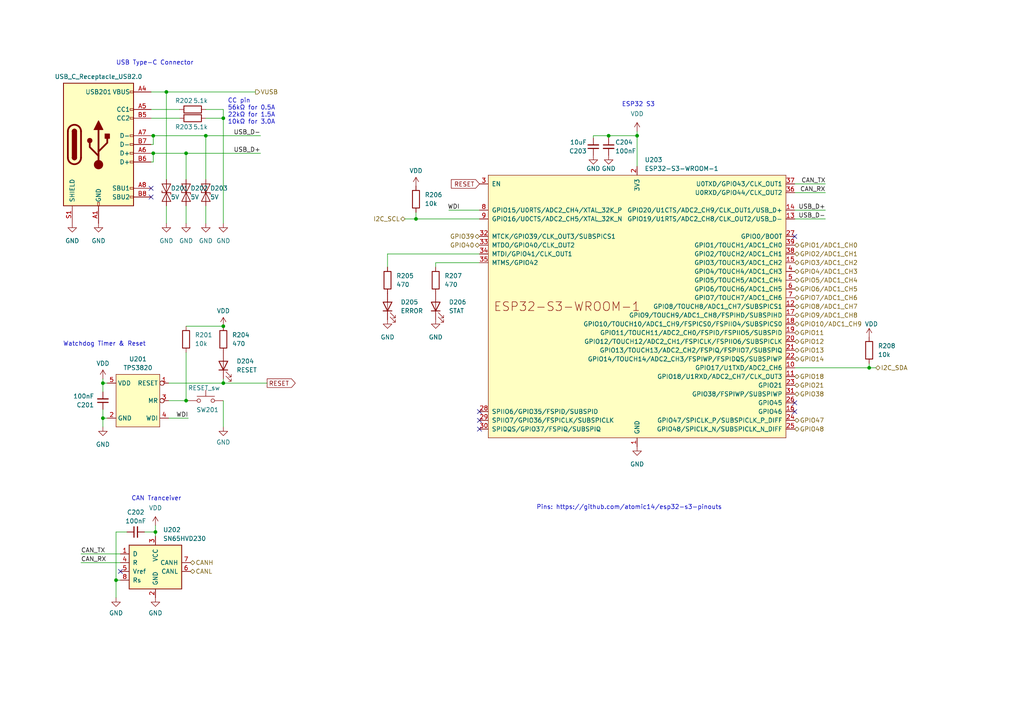
<source format=kicad_sch>
(kicad_sch
	(version 20231120)
	(generator "eeschema")
	(generator_version "8.0")
	(uuid "d339b9d8-51a7-460e-bb19-8d8c25d3e2aa")
	(paper "A4")
	(lib_symbols
		(symbol "Connector:USB_C_Receptacle_USB2.0"
			(pin_names
				(offset 1.016)
			)
			(exclude_from_sim no)
			(in_bom yes)
			(on_board yes)
			(property "Reference" "J"
				(at -10.16 19.05 0)
				(effects
					(font
						(size 1.27 1.27)
					)
					(justify left)
				)
			)
			(property "Value" "USB_C_Receptacle_USB2.0"
				(at 19.05 19.05 0)
				(effects
					(font
						(size 1.27 1.27)
					)
					(justify right)
				)
			)
			(property "Footprint" ""
				(at 3.81 0 0)
				(effects
					(font
						(size 1.27 1.27)
					)
					(hide yes)
				)
			)
			(property "Datasheet" "https://www.usb.org/sites/default/files/documents/usb_type-c.zip"
				(at 3.81 0 0)
				(effects
					(font
						(size 1.27 1.27)
					)
					(hide yes)
				)
			)
			(property "Description" "USB 2.0-only Type-C Receptacle connector"
				(at 0 0 0)
				(effects
					(font
						(size 1.27 1.27)
					)
					(hide yes)
				)
			)
			(property "ki_keywords" "usb universal serial bus type-C USB2.0"
				(at 0 0 0)
				(effects
					(font
						(size 1.27 1.27)
					)
					(hide yes)
				)
			)
			(property "ki_fp_filters" "USB*C*Receptacle*"
				(at 0 0 0)
				(effects
					(font
						(size 1.27 1.27)
					)
					(hide yes)
				)
			)
			(symbol "USB_C_Receptacle_USB2.0_0_0"
				(rectangle
					(start -0.254 -17.78)
					(end 0.254 -16.764)
					(stroke
						(width 0)
						(type default)
					)
					(fill
						(type none)
					)
				)
				(rectangle
					(start 10.16 -14.986)
					(end 9.144 -15.494)
					(stroke
						(width 0)
						(type default)
					)
					(fill
						(type none)
					)
				)
				(rectangle
					(start 10.16 -12.446)
					(end 9.144 -12.954)
					(stroke
						(width 0)
						(type default)
					)
					(fill
						(type none)
					)
				)
				(rectangle
					(start 10.16 -4.826)
					(end 9.144 -5.334)
					(stroke
						(width 0)
						(type default)
					)
					(fill
						(type none)
					)
				)
				(rectangle
					(start 10.16 -2.286)
					(end 9.144 -2.794)
					(stroke
						(width 0)
						(type default)
					)
					(fill
						(type none)
					)
				)
				(rectangle
					(start 10.16 0.254)
					(end 9.144 -0.254)
					(stroke
						(width 0)
						(type default)
					)
					(fill
						(type none)
					)
				)
				(rectangle
					(start 10.16 2.794)
					(end 9.144 2.286)
					(stroke
						(width 0)
						(type default)
					)
					(fill
						(type none)
					)
				)
				(rectangle
					(start 10.16 7.874)
					(end 9.144 7.366)
					(stroke
						(width 0)
						(type default)
					)
					(fill
						(type none)
					)
				)
				(rectangle
					(start 10.16 10.414)
					(end 9.144 9.906)
					(stroke
						(width 0)
						(type default)
					)
					(fill
						(type none)
					)
				)
				(rectangle
					(start 10.16 15.494)
					(end 9.144 14.986)
					(stroke
						(width 0)
						(type default)
					)
					(fill
						(type none)
					)
				)
			)
			(symbol "USB_C_Receptacle_USB2.0_0_1"
				(rectangle
					(start -10.16 17.78)
					(end 10.16 -17.78)
					(stroke
						(width 0.254)
						(type default)
					)
					(fill
						(type background)
					)
				)
				(arc
					(start -8.89 -3.81)
					(mid -6.985 -5.7067)
					(end -5.08 -3.81)
					(stroke
						(width 0.508)
						(type default)
					)
					(fill
						(type none)
					)
				)
				(arc
					(start -7.62 -3.81)
					(mid -6.985 -4.4423)
					(end -6.35 -3.81)
					(stroke
						(width 0.254)
						(type default)
					)
					(fill
						(type none)
					)
				)
				(arc
					(start -7.62 -3.81)
					(mid -6.985 -4.4423)
					(end -6.35 -3.81)
					(stroke
						(width 0.254)
						(type default)
					)
					(fill
						(type outline)
					)
				)
				(rectangle
					(start -7.62 -3.81)
					(end -6.35 3.81)
					(stroke
						(width 0.254)
						(type default)
					)
					(fill
						(type outline)
					)
				)
				(arc
					(start -6.35 3.81)
					(mid -6.985 4.4423)
					(end -7.62 3.81)
					(stroke
						(width 0.254)
						(type default)
					)
					(fill
						(type none)
					)
				)
				(arc
					(start -6.35 3.81)
					(mid -6.985 4.4423)
					(end -7.62 3.81)
					(stroke
						(width 0.254)
						(type default)
					)
					(fill
						(type outline)
					)
				)
				(arc
					(start -5.08 3.81)
					(mid -6.985 5.7067)
					(end -8.89 3.81)
					(stroke
						(width 0.508)
						(type default)
					)
					(fill
						(type none)
					)
				)
				(circle
					(center -2.54 1.143)
					(radius 0.635)
					(stroke
						(width 0.254)
						(type default)
					)
					(fill
						(type outline)
					)
				)
				(circle
					(center 0 -5.842)
					(radius 1.27)
					(stroke
						(width 0)
						(type default)
					)
					(fill
						(type outline)
					)
				)
				(polyline
					(pts
						(xy -8.89 -3.81) (xy -8.89 3.81)
					)
					(stroke
						(width 0.508)
						(type default)
					)
					(fill
						(type none)
					)
				)
				(polyline
					(pts
						(xy -5.08 3.81) (xy -5.08 -3.81)
					)
					(stroke
						(width 0.508)
						(type default)
					)
					(fill
						(type none)
					)
				)
				(polyline
					(pts
						(xy 0 -5.842) (xy 0 4.318)
					)
					(stroke
						(width 0.508)
						(type default)
					)
					(fill
						(type none)
					)
				)
				(polyline
					(pts
						(xy 0 -3.302) (xy -2.54 -0.762) (xy -2.54 0.508)
					)
					(stroke
						(width 0.508)
						(type default)
					)
					(fill
						(type none)
					)
				)
				(polyline
					(pts
						(xy 0 -2.032) (xy 2.54 0.508) (xy 2.54 1.778)
					)
					(stroke
						(width 0.508)
						(type default)
					)
					(fill
						(type none)
					)
				)
				(polyline
					(pts
						(xy -1.27 4.318) (xy 0 6.858) (xy 1.27 4.318) (xy -1.27 4.318)
					)
					(stroke
						(width 0.254)
						(type default)
					)
					(fill
						(type outline)
					)
				)
				(rectangle
					(start 1.905 1.778)
					(end 3.175 3.048)
					(stroke
						(width 0.254)
						(type default)
					)
					(fill
						(type outline)
					)
				)
			)
			(symbol "USB_C_Receptacle_USB2.0_1_1"
				(pin passive line
					(at 0 -22.86 90)
					(length 5.08)
					(name "GND"
						(effects
							(font
								(size 1.27 1.27)
							)
						)
					)
					(number "A1"
						(effects
							(font
								(size 1.27 1.27)
							)
						)
					)
				)
				(pin passive line
					(at 0 -22.86 90)
					(length 5.08) hide
					(name "GND"
						(effects
							(font
								(size 1.27 1.27)
							)
						)
					)
					(number "A12"
						(effects
							(font
								(size 1.27 1.27)
							)
						)
					)
				)
				(pin passive line
					(at 15.24 15.24 180)
					(length 5.08)
					(name "VBUS"
						(effects
							(font
								(size 1.27 1.27)
							)
						)
					)
					(number "A4"
						(effects
							(font
								(size 1.27 1.27)
							)
						)
					)
				)
				(pin bidirectional line
					(at 15.24 10.16 180)
					(length 5.08)
					(name "CC1"
						(effects
							(font
								(size 1.27 1.27)
							)
						)
					)
					(number "A5"
						(effects
							(font
								(size 1.27 1.27)
							)
						)
					)
				)
				(pin bidirectional line
					(at 15.24 -2.54 180)
					(length 5.08)
					(name "D+"
						(effects
							(font
								(size 1.27 1.27)
							)
						)
					)
					(number "A6"
						(effects
							(font
								(size 1.27 1.27)
							)
						)
					)
				)
				(pin bidirectional line
					(at 15.24 2.54 180)
					(length 5.08)
					(name "D-"
						(effects
							(font
								(size 1.27 1.27)
							)
						)
					)
					(number "A7"
						(effects
							(font
								(size 1.27 1.27)
							)
						)
					)
				)
				(pin bidirectional line
					(at 15.24 -12.7 180)
					(length 5.08)
					(name "SBU1"
						(effects
							(font
								(size 1.27 1.27)
							)
						)
					)
					(number "A8"
						(effects
							(font
								(size 1.27 1.27)
							)
						)
					)
				)
				(pin passive line
					(at 15.24 15.24 180)
					(length 5.08) hide
					(name "VBUS"
						(effects
							(font
								(size 1.27 1.27)
							)
						)
					)
					(number "A9"
						(effects
							(font
								(size 1.27 1.27)
							)
						)
					)
				)
				(pin passive line
					(at 0 -22.86 90)
					(length 5.08) hide
					(name "GND"
						(effects
							(font
								(size 1.27 1.27)
							)
						)
					)
					(number "B1"
						(effects
							(font
								(size 1.27 1.27)
							)
						)
					)
				)
				(pin passive line
					(at 0 -22.86 90)
					(length 5.08) hide
					(name "GND"
						(effects
							(font
								(size 1.27 1.27)
							)
						)
					)
					(number "B12"
						(effects
							(font
								(size 1.27 1.27)
							)
						)
					)
				)
				(pin passive line
					(at 15.24 15.24 180)
					(length 5.08) hide
					(name "VBUS"
						(effects
							(font
								(size 1.27 1.27)
							)
						)
					)
					(number "B4"
						(effects
							(font
								(size 1.27 1.27)
							)
						)
					)
				)
				(pin bidirectional line
					(at 15.24 7.62 180)
					(length 5.08)
					(name "CC2"
						(effects
							(font
								(size 1.27 1.27)
							)
						)
					)
					(number "B5"
						(effects
							(font
								(size 1.27 1.27)
							)
						)
					)
				)
				(pin bidirectional line
					(at 15.24 -5.08 180)
					(length 5.08)
					(name "D+"
						(effects
							(font
								(size 1.27 1.27)
							)
						)
					)
					(number "B6"
						(effects
							(font
								(size 1.27 1.27)
							)
						)
					)
				)
				(pin bidirectional line
					(at 15.24 0 180)
					(length 5.08)
					(name "D-"
						(effects
							(font
								(size 1.27 1.27)
							)
						)
					)
					(number "B7"
						(effects
							(font
								(size 1.27 1.27)
							)
						)
					)
				)
				(pin bidirectional line
					(at 15.24 -15.24 180)
					(length 5.08)
					(name "SBU2"
						(effects
							(font
								(size 1.27 1.27)
							)
						)
					)
					(number "B8"
						(effects
							(font
								(size 1.27 1.27)
							)
						)
					)
				)
				(pin passive line
					(at 15.24 15.24 180)
					(length 5.08) hide
					(name "VBUS"
						(effects
							(font
								(size 1.27 1.27)
							)
						)
					)
					(number "B9"
						(effects
							(font
								(size 1.27 1.27)
							)
						)
					)
				)
				(pin passive line
					(at -7.62 -22.86 90)
					(length 5.08)
					(name "SHIELD"
						(effects
							(font
								(size 1.27 1.27)
							)
						)
					)
					(number "S1"
						(effects
							(font
								(size 1.27 1.27)
							)
						)
					)
				)
			)
		)
		(symbol "Device:C_Small"
			(pin_numbers hide)
			(pin_names
				(offset 0.254) hide)
			(exclude_from_sim no)
			(in_bom yes)
			(on_board yes)
			(property "Reference" "C"
				(at 0.254 1.778 0)
				(effects
					(font
						(size 1.27 1.27)
					)
					(justify left)
				)
			)
			(property "Value" "C_Small"
				(at 0.254 -2.032 0)
				(effects
					(font
						(size 1.27 1.27)
					)
					(justify left)
				)
			)
			(property "Footprint" ""
				(at 0 0 0)
				(effects
					(font
						(size 1.27 1.27)
					)
					(hide yes)
				)
			)
			(property "Datasheet" "~"
				(at 0 0 0)
				(effects
					(font
						(size 1.27 1.27)
					)
					(hide yes)
				)
			)
			(property "Description" "Unpolarized capacitor, small symbol"
				(at 0 0 0)
				(effects
					(font
						(size 1.27 1.27)
					)
					(hide yes)
				)
			)
			(property "ki_keywords" "capacitor cap"
				(at 0 0 0)
				(effects
					(font
						(size 1.27 1.27)
					)
					(hide yes)
				)
			)
			(property "ki_fp_filters" "C_*"
				(at 0 0 0)
				(effects
					(font
						(size 1.27 1.27)
					)
					(hide yes)
				)
			)
			(symbol "C_Small_0_1"
				(polyline
					(pts
						(xy -1.524 -0.508) (xy 1.524 -0.508)
					)
					(stroke
						(width 0.3302)
						(type default)
					)
					(fill
						(type none)
					)
				)
				(polyline
					(pts
						(xy -1.524 0.508) (xy 1.524 0.508)
					)
					(stroke
						(width 0.3048)
						(type default)
					)
					(fill
						(type none)
					)
				)
			)
			(symbol "C_Small_1_1"
				(pin passive line
					(at 0 2.54 270)
					(length 2.032)
					(name "~"
						(effects
							(font
								(size 1.27 1.27)
							)
						)
					)
					(number "1"
						(effects
							(font
								(size 1.27 1.27)
							)
						)
					)
				)
				(pin passive line
					(at 0 -2.54 90)
					(length 2.032)
					(name "~"
						(effects
							(font
								(size 1.27 1.27)
							)
						)
					)
					(number "2"
						(effects
							(font
								(size 1.27 1.27)
							)
						)
					)
				)
			)
		)
		(symbol "Device:LED"
			(pin_numbers hide)
			(pin_names
				(offset 1.016) hide)
			(exclude_from_sim no)
			(in_bom yes)
			(on_board yes)
			(property "Reference" "D"
				(at 0 2.54 0)
				(effects
					(font
						(size 1.27 1.27)
					)
				)
			)
			(property "Value" "LED"
				(at 0 -2.54 0)
				(effects
					(font
						(size 1.27 1.27)
					)
				)
			)
			(property "Footprint" ""
				(at 0 0 0)
				(effects
					(font
						(size 1.27 1.27)
					)
					(hide yes)
				)
			)
			(property "Datasheet" "~"
				(at 0 0 0)
				(effects
					(font
						(size 1.27 1.27)
					)
					(hide yes)
				)
			)
			(property "Description" "Light emitting diode"
				(at 0 0 0)
				(effects
					(font
						(size 1.27 1.27)
					)
					(hide yes)
				)
			)
			(property "ki_keywords" "LED diode"
				(at 0 0 0)
				(effects
					(font
						(size 1.27 1.27)
					)
					(hide yes)
				)
			)
			(property "ki_fp_filters" "LED* LED_SMD:* LED_THT:*"
				(at 0 0 0)
				(effects
					(font
						(size 1.27 1.27)
					)
					(hide yes)
				)
			)
			(symbol "LED_0_1"
				(polyline
					(pts
						(xy -1.27 -1.27) (xy -1.27 1.27)
					)
					(stroke
						(width 0.254)
						(type default)
					)
					(fill
						(type none)
					)
				)
				(polyline
					(pts
						(xy -1.27 0) (xy 1.27 0)
					)
					(stroke
						(width 0)
						(type default)
					)
					(fill
						(type none)
					)
				)
				(polyline
					(pts
						(xy 1.27 -1.27) (xy 1.27 1.27) (xy -1.27 0) (xy 1.27 -1.27)
					)
					(stroke
						(width 0.254)
						(type default)
					)
					(fill
						(type none)
					)
				)
				(polyline
					(pts
						(xy -3.048 -0.762) (xy -4.572 -2.286) (xy -3.81 -2.286) (xy -4.572 -2.286) (xy -4.572 -1.524)
					)
					(stroke
						(width 0)
						(type default)
					)
					(fill
						(type none)
					)
				)
				(polyline
					(pts
						(xy -1.778 -0.762) (xy -3.302 -2.286) (xy -2.54 -2.286) (xy -3.302 -2.286) (xy -3.302 -1.524)
					)
					(stroke
						(width 0)
						(type default)
					)
					(fill
						(type none)
					)
				)
			)
			(symbol "LED_1_1"
				(pin passive line
					(at -3.81 0 0)
					(length 2.54)
					(name "K"
						(effects
							(font
								(size 1.27 1.27)
							)
						)
					)
					(number "1"
						(effects
							(font
								(size 1.27 1.27)
							)
						)
					)
				)
				(pin passive line
					(at 3.81 0 180)
					(length 2.54)
					(name "A"
						(effects
							(font
								(size 1.27 1.27)
							)
						)
					)
					(number "2"
						(effects
							(font
								(size 1.27 1.27)
							)
						)
					)
				)
			)
		)
		(symbol "Device:R"
			(pin_numbers hide)
			(pin_names
				(offset 0)
			)
			(exclude_from_sim no)
			(in_bom yes)
			(on_board yes)
			(property "Reference" "R"
				(at 2.032 0 90)
				(effects
					(font
						(size 1.27 1.27)
					)
				)
			)
			(property "Value" "R"
				(at 0 0 90)
				(effects
					(font
						(size 1.27 1.27)
					)
				)
			)
			(property "Footprint" ""
				(at -1.778 0 90)
				(effects
					(font
						(size 1.27 1.27)
					)
					(hide yes)
				)
			)
			(property "Datasheet" "~"
				(at 0 0 0)
				(effects
					(font
						(size 1.27 1.27)
					)
					(hide yes)
				)
			)
			(property "Description" "Resistor"
				(at 0 0 0)
				(effects
					(font
						(size 1.27 1.27)
					)
					(hide yes)
				)
			)
			(property "ki_keywords" "R res resistor"
				(at 0 0 0)
				(effects
					(font
						(size 1.27 1.27)
					)
					(hide yes)
				)
			)
			(property "ki_fp_filters" "R_*"
				(at 0 0 0)
				(effects
					(font
						(size 1.27 1.27)
					)
					(hide yes)
				)
			)
			(symbol "R_0_1"
				(rectangle
					(start -1.016 -2.54)
					(end 1.016 2.54)
					(stroke
						(width 0.254)
						(type default)
					)
					(fill
						(type none)
					)
				)
			)
			(symbol "R_1_1"
				(pin passive line
					(at 0 3.81 270)
					(length 1.27)
					(name "~"
						(effects
							(font
								(size 1.27 1.27)
							)
						)
					)
					(number "1"
						(effects
							(font
								(size 1.27 1.27)
							)
						)
					)
				)
				(pin passive line
					(at 0 -3.81 90)
					(length 1.27)
					(name "~"
						(effects
							(font
								(size 1.27 1.27)
							)
						)
					)
					(number "2"
						(effects
							(font
								(size 1.27 1.27)
							)
						)
					)
				)
			)
		)
		(symbol "Diode:ESD9B5.0ST5G"
			(pin_numbers hide)
			(pin_names
				(offset 1.016) hide)
			(exclude_from_sim no)
			(in_bom yes)
			(on_board yes)
			(property "Reference" "D"
				(at 0 2.54 0)
				(effects
					(font
						(size 1.27 1.27)
					)
				)
			)
			(property "Value" "ESD9B5.0ST5G"
				(at 0 -2.54 0)
				(effects
					(font
						(size 1.27 1.27)
					)
				)
			)
			(property "Footprint" "Diode_SMD:D_SOD-923"
				(at 0 0 0)
				(effects
					(font
						(size 1.27 1.27)
					)
					(hide yes)
				)
			)
			(property "Datasheet" "https://www.onsemi.com/pub/Collateral/ESD9B-D.PDF"
				(at 0 0 0)
				(effects
					(font
						(size 1.27 1.27)
					)
					(hide yes)
				)
			)
			(property "Description" "ESD protection diode, 5.0Vrwm, SOD-923"
				(at 0 0 0)
				(effects
					(font
						(size 1.27 1.27)
					)
					(hide yes)
				)
			)
			(property "ki_keywords" "diode TVS ESD"
				(at 0 0 0)
				(effects
					(font
						(size 1.27 1.27)
					)
					(hide yes)
				)
			)
			(property "ki_fp_filters" "D*SOD?923*"
				(at 0 0 0)
				(effects
					(font
						(size 1.27 1.27)
					)
					(hide yes)
				)
			)
			(symbol "ESD9B5.0ST5G_0_1"
				(polyline
					(pts
						(xy 1.27 0) (xy -1.27 0)
					)
					(stroke
						(width 0)
						(type default)
					)
					(fill
						(type none)
					)
				)
				(polyline
					(pts
						(xy -2.54 -1.27) (xy 0 0) (xy -2.54 1.27) (xy -2.54 -1.27)
					)
					(stroke
						(width 0.2032)
						(type default)
					)
					(fill
						(type none)
					)
				)
				(polyline
					(pts
						(xy 0.508 1.27) (xy 0 1.27) (xy 0 -1.27) (xy -0.508 -1.27)
					)
					(stroke
						(width 0.2032)
						(type default)
					)
					(fill
						(type none)
					)
				)
				(polyline
					(pts
						(xy 2.54 1.27) (xy 2.54 -1.27) (xy 0 0) (xy 2.54 1.27)
					)
					(stroke
						(width 0.2032)
						(type default)
					)
					(fill
						(type none)
					)
				)
			)
			(symbol "ESD9B5.0ST5G_1_1"
				(pin passive line
					(at -3.81 0 0)
					(length 2.54)
					(name "A1"
						(effects
							(font
								(size 1.27 1.27)
							)
						)
					)
					(number "1"
						(effects
							(font
								(size 1.27 1.27)
							)
						)
					)
				)
				(pin passive line
					(at 3.81 0 180)
					(length 2.54)
					(name "A2"
						(effects
							(font
								(size 1.27 1.27)
							)
						)
					)
					(number "2"
						(effects
							(font
								(size 1.27 1.27)
							)
						)
					)
				)
			)
		)
		(symbol "Interface_CAN_LIN:SN65HVD230"
			(pin_names
				(offset 1.016)
			)
			(exclude_from_sim no)
			(in_bom yes)
			(on_board yes)
			(property "Reference" "U"
				(at -2.54 10.16 0)
				(effects
					(font
						(size 1.27 1.27)
					)
					(justify right)
				)
			)
			(property "Value" "SN65HVD230"
				(at -2.54 7.62 0)
				(effects
					(font
						(size 1.27 1.27)
					)
					(justify right)
				)
			)
			(property "Footprint" "Package_SO:SOIC-8_3.9x4.9mm_P1.27mm"
				(at 0 -12.7 0)
				(effects
					(font
						(size 1.27 1.27)
					)
					(hide yes)
				)
			)
			(property "Datasheet" "http://www.ti.com/lit/ds/symlink/sn65hvd230.pdf"
				(at -2.54 10.16 0)
				(effects
					(font
						(size 1.27 1.27)
					)
					(hide yes)
				)
			)
			(property "Description" "CAN Bus Transceivers, 3.3V, 1Mbps, Low-Power capabilities, SOIC-8"
				(at 0 0 0)
				(effects
					(font
						(size 1.27 1.27)
					)
					(hide yes)
				)
			)
			(property "ki_keywords" "can transeiver ti low-power"
				(at 0 0 0)
				(effects
					(font
						(size 1.27 1.27)
					)
					(hide yes)
				)
			)
			(property "ki_fp_filters" "SOIC*3.9x4.9mm*P1.27mm*"
				(at 0 0 0)
				(effects
					(font
						(size 1.27 1.27)
					)
					(hide yes)
				)
			)
			(symbol "SN65HVD230_0_1"
				(rectangle
					(start -7.62 5.08)
					(end 7.62 -7.62)
					(stroke
						(width 0.254)
						(type default)
					)
					(fill
						(type background)
					)
				)
			)
			(symbol "SN65HVD230_1_1"
				(pin input line
					(at -10.16 2.54 0)
					(length 2.54)
					(name "D"
						(effects
							(font
								(size 1.27 1.27)
							)
						)
					)
					(number "1"
						(effects
							(font
								(size 1.27 1.27)
							)
						)
					)
				)
				(pin power_in line
					(at 0 -10.16 90)
					(length 2.54)
					(name "GND"
						(effects
							(font
								(size 1.27 1.27)
							)
						)
					)
					(number "2"
						(effects
							(font
								(size 1.27 1.27)
							)
						)
					)
				)
				(pin power_in line
					(at 0 7.62 270)
					(length 2.54)
					(name "VCC"
						(effects
							(font
								(size 1.27 1.27)
							)
						)
					)
					(number "3"
						(effects
							(font
								(size 1.27 1.27)
							)
						)
					)
				)
				(pin output line
					(at -10.16 0 0)
					(length 2.54)
					(name "R"
						(effects
							(font
								(size 1.27 1.27)
							)
						)
					)
					(number "4"
						(effects
							(font
								(size 1.27 1.27)
							)
						)
					)
				)
				(pin output line
					(at -10.16 -2.54 0)
					(length 2.54)
					(name "Vref"
						(effects
							(font
								(size 1.27 1.27)
							)
						)
					)
					(number "5"
						(effects
							(font
								(size 1.27 1.27)
							)
						)
					)
				)
				(pin bidirectional line
					(at 10.16 -2.54 180)
					(length 2.54)
					(name "CANL"
						(effects
							(font
								(size 1.27 1.27)
							)
						)
					)
					(number "6"
						(effects
							(font
								(size 1.27 1.27)
							)
						)
					)
				)
				(pin bidirectional line
					(at 10.16 0 180)
					(length 2.54)
					(name "CANH"
						(effects
							(font
								(size 1.27 1.27)
							)
						)
					)
					(number "7"
						(effects
							(font
								(size 1.27 1.27)
							)
						)
					)
				)
				(pin input line
					(at -10.16 -5.08 0)
					(length 2.54)
					(name "Rs"
						(effects
							(font
								(size 1.27 1.27)
							)
						)
					)
					(number "8"
						(effects
							(font
								(size 1.27 1.27)
							)
						)
					)
				)
			)
		)
		(symbol "PCM_Espressif:ESP32-S3-WROOM-1"
			(pin_names
				(offset 1.016)
			)
			(exclude_from_sim no)
			(in_bom yes)
			(on_board yes)
			(property "Reference" "U"
				(at -43.18 43.18 0)
				(effects
					(font
						(size 1.27 1.27)
					)
					(justify left)
				)
			)
			(property "Value" "ESP32-S3-WROOM-1"
				(at -43.18 40.64 0)
				(effects
					(font
						(size 1.27 1.27)
					)
					(justify left)
				)
			)
			(property "Footprint" "PCM_Espressif:ESP32-S3-WROOM-1"
				(at 2.54 -48.26 0)
				(effects
					(font
						(size 1.27 1.27)
					)
					(hide yes)
				)
			)
			(property "Datasheet" "https://www.espressif.com/sites/default/files/documentation/esp32-s3-wroom-1_wroom-1u_datasheet_en.pdf"
				(at 2.54 -50.8 0)
				(effects
					(font
						(size 1.27 1.27)
					)
					(hide yes)
				)
			)
			(property "Description" "2.4 GHz WiFi (802.11 b/g/n) and Bluetooth ® 5 (LE) module Built around ESP32S3 series of SoCs, Xtensa ® dualcore 32bit LX7 microprocessor Flash up to 16 MB, PSRAM up to 8 MB 36 GPIOs, rich set of peripherals Onboard PCB antenna"
				(at 0 0 0)
				(effects
					(font
						(size 1.27 1.27)
					)
					(hide yes)
				)
			)
			(symbol "ESP32-S3-WROOM-1_0_0"
				(text "ESP32-S3-WROOM-1"
					(at -20.32 0 0)
					(effects
						(font
							(size 2.54 2.54)
						)
					)
				)
				(pin power_in line
					(at 0 -40.64 90)
					(length 2.54)
					(name "GND"
						(effects
							(font
								(size 1.27 1.27)
							)
						)
					)
					(number "1"
						(effects
							(font
								(size 1.27 1.27)
							)
						)
					)
				)
				(pin bidirectional line
					(at 45.72 -17.78 180)
					(length 2.54)
					(name "GPIO17/U1TXD/ADC2_CH6"
						(effects
							(font
								(size 1.27 1.27)
							)
						)
					)
					(number "10"
						(effects
							(font
								(size 1.27 1.27)
							)
						)
					)
				)
				(pin bidirectional line
					(at 45.72 -20.32 180)
					(length 2.54)
					(name "GPIO18/U1RXD/ADC2_CH7/CLK_OUT3"
						(effects
							(font
								(size 1.27 1.27)
							)
						)
					)
					(number "11"
						(effects
							(font
								(size 1.27 1.27)
							)
						)
					)
				)
				(pin bidirectional line
					(at 45.72 0 180)
					(length 2.54)
					(name "GPIO8/TOUCH8/ADC1_CH7/SUBSPICS1"
						(effects
							(font
								(size 1.27 1.27)
							)
						)
					)
					(number "12"
						(effects
							(font
								(size 1.27 1.27)
							)
						)
					)
				)
				(pin bidirectional line
					(at 45.72 25.4 180)
					(length 2.54)
					(name "GPIO19/U1RTS/ADC2_CH8/CLK_OUT2/USB_D-"
						(effects
							(font
								(size 1.27 1.27)
							)
						)
					)
					(number "13"
						(effects
							(font
								(size 1.27 1.27)
							)
						)
					)
				)
				(pin bidirectional line
					(at 45.72 27.94 180)
					(length 2.54)
					(name "GPIO20/U1CTS/ADC2_CH9/CLK_OUT1/USB_D+"
						(effects
							(font
								(size 1.27 1.27)
							)
						)
					)
					(number "14"
						(effects
							(font
								(size 1.27 1.27)
							)
						)
					)
				)
				(pin bidirectional line
					(at 45.72 12.7 180)
					(length 2.54)
					(name "GPIO3/TOUCH3/ADC1_CH2"
						(effects
							(font
								(size 1.27 1.27)
							)
						)
					)
					(number "15"
						(effects
							(font
								(size 1.27 1.27)
							)
						)
					)
				)
				(pin bidirectional line
					(at 45.72 -30.48 180)
					(length 2.54)
					(name "GPIO46"
						(effects
							(font
								(size 1.27 1.27)
							)
						)
					)
					(number "16"
						(effects
							(font
								(size 1.27 1.27)
							)
						)
					)
				)
				(pin bidirectional line
					(at 45.72 -2.54 180)
					(length 2.54)
					(name "GPIO9/TOUCH9/ADC1_CH8/FSPIHD/SUBSPIHD"
						(effects
							(font
								(size 1.27 1.27)
							)
						)
					)
					(number "17"
						(effects
							(font
								(size 1.27 1.27)
							)
						)
					)
				)
				(pin bidirectional line
					(at 45.72 -5.08 180)
					(length 2.54)
					(name "GPIO10/TOUCH10/ADC1_CH9/FSPICS0/FSPIIO4/SUBSPICS0"
						(effects
							(font
								(size 1.27 1.27)
							)
						)
					)
					(number "18"
						(effects
							(font
								(size 1.27 1.27)
							)
						)
					)
				)
				(pin bidirectional line
					(at 45.72 -7.62 180)
					(length 2.54)
					(name "GPIO11/TOUCH11/ADC2_CH0/FSPID/FSPIIO5/SUBSPID"
						(effects
							(font
								(size 1.27 1.27)
							)
						)
					)
					(number "19"
						(effects
							(font
								(size 1.27 1.27)
							)
						)
					)
				)
				(pin power_in line
					(at 0 40.64 270)
					(length 2.54)
					(name "3V3"
						(effects
							(font
								(size 1.27 1.27)
							)
						)
					)
					(number "2"
						(effects
							(font
								(size 1.27 1.27)
							)
						)
					)
				)
				(pin bidirectional line
					(at 45.72 -10.16 180)
					(length 2.54)
					(name "GPIO12/TOUCH12/ADC2_CH1/FSPICLK/FSPIIO6/SUBSPICLK"
						(effects
							(font
								(size 1.27 1.27)
							)
						)
					)
					(number "20"
						(effects
							(font
								(size 1.27 1.27)
							)
						)
					)
				)
				(pin bidirectional line
					(at 45.72 -12.7 180)
					(length 2.54)
					(name "GPIO13/TOUCH13/ADC2_CH2/FSPIQ/FSPIIO7/SUBSPIQ"
						(effects
							(font
								(size 1.27 1.27)
							)
						)
					)
					(number "21"
						(effects
							(font
								(size 1.27 1.27)
							)
						)
					)
				)
				(pin bidirectional line
					(at 45.72 -15.24 180)
					(length 2.54)
					(name "GPIO14/TOUCH14/ADC2_CH3/FSPIWP/FSPIDQS/SUBSPIWP"
						(effects
							(font
								(size 1.27 1.27)
							)
						)
					)
					(number "22"
						(effects
							(font
								(size 1.27 1.27)
							)
						)
					)
				)
				(pin bidirectional line
					(at 45.72 -22.86 180)
					(length 2.54)
					(name "GPIO21"
						(effects
							(font
								(size 1.27 1.27)
							)
						)
					)
					(number "23"
						(effects
							(font
								(size 1.27 1.27)
							)
						)
					)
				)
				(pin bidirectional line
					(at 45.72 -33.02 180)
					(length 2.54)
					(name "GPIO47/SPICLK_P/SUBSPICLK_P_DIFF"
						(effects
							(font
								(size 1.27 1.27)
							)
						)
					)
					(number "24"
						(effects
							(font
								(size 1.27 1.27)
							)
						)
					)
				)
				(pin bidirectional line
					(at 45.72 -35.56 180)
					(length 2.54)
					(name "GPIO48/SPICLK_N/SUBSPICLK_N_DIFF"
						(effects
							(font
								(size 1.27 1.27)
							)
						)
					)
					(number "25"
						(effects
							(font
								(size 1.27 1.27)
							)
						)
					)
				)
				(pin bidirectional line
					(at 45.72 -27.94 180)
					(length 2.54)
					(name "GPIO45"
						(effects
							(font
								(size 1.27 1.27)
							)
						)
					)
					(number "26"
						(effects
							(font
								(size 1.27 1.27)
							)
						)
					)
				)
				(pin bidirectional line
					(at 45.72 20.32 180)
					(length 2.54)
					(name "GPIO0/BOOT"
						(effects
							(font
								(size 1.27 1.27)
							)
						)
					)
					(number "27"
						(effects
							(font
								(size 1.27 1.27)
							)
						)
					)
				)
				(pin bidirectional line
					(at -45.72 -30.48 0)
					(length 2.54)
					(name "SPIIO6/GPIO35/FSPID/SUBSPID"
						(effects
							(font
								(size 1.27 1.27)
							)
						)
					)
					(number "28"
						(effects
							(font
								(size 1.27 1.27)
							)
						)
					)
				)
				(pin bidirectional line
					(at -45.72 -33.02 0)
					(length 2.54)
					(name "SPIIO7/GPIO36/FSPICLK/SUBSPICLK"
						(effects
							(font
								(size 1.27 1.27)
							)
						)
					)
					(number "29"
						(effects
							(font
								(size 1.27 1.27)
							)
						)
					)
				)
				(pin input line
					(at -45.72 35.56 0)
					(length 2.54)
					(name "EN"
						(effects
							(font
								(size 1.27 1.27)
							)
						)
					)
					(number "3"
						(effects
							(font
								(size 1.27 1.27)
							)
						)
					)
				)
				(pin bidirectional line
					(at -45.72 -35.56 0)
					(length 2.54)
					(name "SPIDQS/GPIO37/FSPIQ/SUBSPIQ"
						(effects
							(font
								(size 1.27 1.27)
							)
						)
					)
					(number "30"
						(effects
							(font
								(size 1.27 1.27)
							)
						)
					)
				)
				(pin bidirectional line
					(at 45.72 -25.4 180)
					(length 2.54)
					(name "GPIO38/FSPIWP/SUBSPIWP"
						(effects
							(font
								(size 1.27 1.27)
							)
						)
					)
					(number "31"
						(effects
							(font
								(size 1.27 1.27)
							)
						)
					)
				)
				(pin bidirectional line
					(at -45.72 20.32 0)
					(length 2.54)
					(name "MTCK/GPIO39/CLK_OUT3/SUBSPICS1"
						(effects
							(font
								(size 1.27 1.27)
							)
						)
					)
					(number "32"
						(effects
							(font
								(size 1.27 1.27)
							)
						)
					)
				)
				(pin bidirectional line
					(at -45.72 17.78 0)
					(length 2.54)
					(name "MTDO/GPIO40/CLK_OUT2"
						(effects
							(font
								(size 1.27 1.27)
							)
						)
					)
					(number "33"
						(effects
							(font
								(size 1.27 1.27)
							)
						)
					)
				)
				(pin bidirectional line
					(at -45.72 15.24 0)
					(length 2.54)
					(name "MTDI/GPIO41/CLK_OUT1"
						(effects
							(font
								(size 1.27 1.27)
							)
						)
					)
					(number "34"
						(effects
							(font
								(size 1.27 1.27)
							)
						)
					)
				)
				(pin bidirectional line
					(at -45.72 12.7 0)
					(length 2.54)
					(name "MTMS/GPIO42"
						(effects
							(font
								(size 1.27 1.27)
							)
						)
					)
					(number "35"
						(effects
							(font
								(size 1.27 1.27)
							)
						)
					)
				)
				(pin bidirectional line
					(at 45.72 33.02 180)
					(length 2.54)
					(name "U0RXD/GPIO44/CLK_OUT2"
						(effects
							(font
								(size 1.27 1.27)
							)
						)
					)
					(number "36"
						(effects
							(font
								(size 1.27 1.27)
							)
						)
					)
				)
				(pin bidirectional line
					(at 45.72 35.56 180)
					(length 2.54)
					(name "U0TXD/GPIO43/CLK_OUT1"
						(effects
							(font
								(size 1.27 1.27)
							)
						)
					)
					(number "37"
						(effects
							(font
								(size 1.27 1.27)
							)
						)
					)
				)
				(pin bidirectional line
					(at 45.72 15.24 180)
					(length 2.54)
					(name "GPIO2/TOUCH2/ADC1_CH1"
						(effects
							(font
								(size 1.27 1.27)
							)
						)
					)
					(number "38"
						(effects
							(font
								(size 1.27 1.27)
							)
						)
					)
				)
				(pin bidirectional line
					(at 45.72 17.78 180)
					(length 2.54)
					(name "GPIO1/TOUCH1/ADC1_CH0"
						(effects
							(font
								(size 1.27 1.27)
							)
						)
					)
					(number "39"
						(effects
							(font
								(size 1.27 1.27)
							)
						)
					)
				)
				(pin bidirectional line
					(at 45.72 10.16 180)
					(length 2.54)
					(name "GPIO4/TOUCH4/ADC1_CH3"
						(effects
							(font
								(size 1.27 1.27)
							)
						)
					)
					(number "4"
						(effects
							(font
								(size 1.27 1.27)
							)
						)
					)
				)
				(pin passive line
					(at 0 -40.64 90)
					(length 2.54) hide
					(name "GND"
						(effects
							(font
								(size 1.27 1.27)
							)
						)
					)
					(number "40"
						(effects
							(font
								(size 1.27 1.27)
							)
						)
					)
				)
				(pin passive line
					(at 0 -40.64 90)
					(length 2.54) hide
					(name "GND"
						(effects
							(font
								(size 1.27 1.27)
							)
						)
					)
					(number "41"
						(effects
							(font
								(size 1.27 1.27)
							)
						)
					)
				)
				(pin bidirectional line
					(at 45.72 7.62 180)
					(length 2.54)
					(name "GPIO5/TOUCH5/ADC1_CH4"
						(effects
							(font
								(size 1.27 1.27)
							)
						)
					)
					(number "5"
						(effects
							(font
								(size 1.27 1.27)
							)
						)
					)
				)
				(pin bidirectional line
					(at 45.72 5.08 180)
					(length 2.54)
					(name "GPIO6/TOUCH6/ADC1_CH5"
						(effects
							(font
								(size 1.27 1.27)
							)
						)
					)
					(number "6"
						(effects
							(font
								(size 1.27 1.27)
							)
						)
					)
				)
				(pin bidirectional line
					(at 45.72 2.54 180)
					(length 2.54)
					(name "GPIO7/TOUCH7/ADC1_CH6"
						(effects
							(font
								(size 1.27 1.27)
							)
						)
					)
					(number "7"
						(effects
							(font
								(size 1.27 1.27)
							)
						)
					)
				)
				(pin bidirectional line
					(at -45.72 27.94 0)
					(length 2.54)
					(name "GPIO15/U0RTS/ADC2_CH4/XTAL_32K_P"
						(effects
							(font
								(size 1.27 1.27)
							)
						)
					)
					(number "8"
						(effects
							(font
								(size 1.27 1.27)
							)
						)
					)
				)
				(pin bidirectional line
					(at -45.72 25.4 0)
					(length 2.54)
					(name "GPIO16/U0CTS/ADC2_CH5/XTAL_32K_N"
						(effects
							(font
								(size 1.27 1.27)
							)
						)
					)
					(number "9"
						(effects
							(font
								(size 1.27 1.27)
							)
						)
					)
				)
			)
			(symbol "ESP32-S3-WROOM-1_0_1"
				(rectangle
					(start -43.18 38.1)
					(end 43.18 -38.1)
					(stroke
						(width 0)
						(type default)
					)
					(fill
						(type background)
					)
				)
			)
		)
		(symbol "Switch:SW_Push"
			(pin_numbers hide)
			(pin_names
				(offset 1.016) hide)
			(exclude_from_sim no)
			(in_bom yes)
			(on_board yes)
			(property "Reference" "SW"
				(at 1.27 2.54 0)
				(effects
					(font
						(size 1.27 1.27)
					)
					(justify left)
				)
			)
			(property "Value" "SW_Push"
				(at 0 -1.524 0)
				(effects
					(font
						(size 1.27 1.27)
					)
				)
			)
			(property "Footprint" ""
				(at 0 5.08 0)
				(effects
					(font
						(size 1.27 1.27)
					)
					(hide yes)
				)
			)
			(property "Datasheet" "~"
				(at 0 5.08 0)
				(effects
					(font
						(size 1.27 1.27)
					)
					(hide yes)
				)
			)
			(property "Description" "Push button switch, generic, two pins"
				(at 0 0 0)
				(effects
					(font
						(size 1.27 1.27)
					)
					(hide yes)
				)
			)
			(property "ki_keywords" "switch normally-open pushbutton push-button"
				(at 0 0 0)
				(effects
					(font
						(size 1.27 1.27)
					)
					(hide yes)
				)
			)
			(symbol "SW_Push_0_1"
				(circle
					(center -2.032 0)
					(radius 0.508)
					(stroke
						(width 0)
						(type default)
					)
					(fill
						(type none)
					)
				)
				(polyline
					(pts
						(xy 0 1.27) (xy 0 3.048)
					)
					(stroke
						(width 0)
						(type default)
					)
					(fill
						(type none)
					)
				)
				(polyline
					(pts
						(xy 2.54 1.27) (xy -2.54 1.27)
					)
					(stroke
						(width 0)
						(type default)
					)
					(fill
						(type none)
					)
				)
				(circle
					(center 2.032 0)
					(radius 0.508)
					(stroke
						(width 0)
						(type default)
					)
					(fill
						(type none)
					)
				)
				(pin passive line
					(at -5.08 0 0)
					(length 2.54)
					(name "1"
						(effects
							(font
								(size 1.27 1.27)
							)
						)
					)
					(number "1"
						(effects
							(font
								(size 1.27 1.27)
							)
						)
					)
				)
				(pin passive line
					(at 5.08 0 180)
					(length 2.54)
					(name "2"
						(effects
							(font
								(size 1.27 1.27)
							)
						)
					)
					(number "2"
						(effects
							(font
								(size 1.27 1.27)
							)
						)
					)
				)
			)
		)
		(symbol "WOBCLibrary:TPS3820"
			(exclude_from_sim no)
			(in_bom yes)
			(on_board yes)
			(property "Reference" "U"
				(at 0 0 0)
				(effects
					(font
						(size 1.27 1.27)
					)
				)
			)
			(property "Value" "TPS3820"
				(at 0 8.89 0)
				(effects
					(font
						(size 1.27 1.27)
					)
				)
			)
			(property "Footprint" ""
				(at 0 11.43 0)
				(effects
					(font
						(size 1.27 1.27)
					)
					(hide yes)
				)
			)
			(property "Datasheet" ""
				(at 0 11.43 0)
				(effects
					(font
						(size 1.27 1.27)
					)
					(hide yes)
				)
			)
			(property "Description" ""
				(at 0 0 0)
				(effects
					(font
						(size 1.27 1.27)
					)
					(hide yes)
				)
			)
			(symbol "TPS3820_1_1"
				(rectangle
					(start -6.35 7.62)
					(end 6.35 -7.62)
					(stroke
						(width 0)
						(type default)
					)
					(fill
						(type background)
					)
				)
				(pin output inverted
					(at 8.89 5.08 180)
					(length 2.54)
					(name "RESET"
						(effects
							(font
								(size 1.27 1.27)
							)
						)
					)
					(number "1"
						(effects
							(font
								(size 1.27 1.27)
							)
						)
					)
				)
				(pin power_in line
					(at -8.89 -5.08 0)
					(length 2.54)
					(name "GND"
						(effects
							(font
								(size 1.27 1.27)
							)
						)
					)
					(number "2"
						(effects
							(font
								(size 1.27 1.27)
							)
						)
					)
				)
				(pin input inverted
					(at 8.89 0 180)
					(length 2.54)
					(name "MR"
						(effects
							(font
								(size 1.27 1.27)
							)
						)
					)
					(number "3"
						(effects
							(font
								(size 1.27 1.27)
							)
						)
					)
				)
				(pin input line
					(at 8.89 -5.08 180)
					(length 2.54)
					(name "WDI"
						(effects
							(font
								(size 1.27 1.27)
							)
						)
					)
					(number "4"
						(effects
							(font
								(size 1.27 1.27)
							)
						)
					)
				)
				(pin power_in line
					(at -8.89 5.08 0)
					(length 2.54)
					(name "VDD"
						(effects
							(font
								(size 1.27 1.27)
							)
						)
					)
					(number "5"
						(effects
							(font
								(size 1.27 1.27)
							)
						)
					)
				)
			)
		)
		(symbol "power:GND"
			(power)
			(pin_names
				(offset 0)
			)
			(exclude_from_sim no)
			(in_bom yes)
			(on_board yes)
			(property "Reference" "#PWR"
				(at 0 -6.35 0)
				(effects
					(font
						(size 1.27 1.27)
					)
					(hide yes)
				)
			)
			(property "Value" "GND"
				(at 0 -3.81 0)
				(effects
					(font
						(size 1.27 1.27)
					)
				)
			)
			(property "Footprint" ""
				(at 0 0 0)
				(effects
					(font
						(size 1.27 1.27)
					)
					(hide yes)
				)
			)
			(property "Datasheet" ""
				(at 0 0 0)
				(effects
					(font
						(size 1.27 1.27)
					)
					(hide yes)
				)
			)
			(property "Description" "Power symbol creates a global label with name \"GND\" , ground"
				(at 0 0 0)
				(effects
					(font
						(size 1.27 1.27)
					)
					(hide yes)
				)
			)
			(property "ki_keywords" "global power"
				(at 0 0 0)
				(effects
					(font
						(size 1.27 1.27)
					)
					(hide yes)
				)
			)
			(symbol "GND_0_1"
				(polyline
					(pts
						(xy 0 0) (xy 0 -1.27) (xy 1.27 -1.27) (xy 0 -2.54) (xy -1.27 -1.27) (xy 0 -1.27)
					)
					(stroke
						(width 0)
						(type default)
					)
					(fill
						(type none)
					)
				)
			)
			(symbol "GND_1_1"
				(pin power_in line
					(at 0 0 270)
					(length 0) hide
					(name "GND"
						(effects
							(font
								(size 1.27 1.27)
							)
						)
					)
					(number "1"
						(effects
							(font
								(size 1.27 1.27)
							)
						)
					)
				)
			)
		)
		(symbol "power:VDD"
			(power)
			(pin_names
				(offset 0)
			)
			(exclude_from_sim no)
			(in_bom yes)
			(on_board yes)
			(property "Reference" "#PWR"
				(at 0 -3.81 0)
				(effects
					(font
						(size 1.27 1.27)
					)
					(hide yes)
				)
			)
			(property "Value" "VDD"
				(at 0 3.81 0)
				(effects
					(font
						(size 1.27 1.27)
					)
				)
			)
			(property "Footprint" ""
				(at 0 0 0)
				(effects
					(font
						(size 1.27 1.27)
					)
					(hide yes)
				)
			)
			(property "Datasheet" ""
				(at 0 0 0)
				(effects
					(font
						(size 1.27 1.27)
					)
					(hide yes)
				)
			)
			(property "Description" "Power symbol creates a global label with name \"VDD\""
				(at 0 0 0)
				(effects
					(font
						(size 1.27 1.27)
					)
					(hide yes)
				)
			)
			(property "ki_keywords" "global power"
				(at 0 0 0)
				(effects
					(font
						(size 1.27 1.27)
					)
					(hide yes)
				)
			)
			(symbol "VDD_0_1"
				(polyline
					(pts
						(xy -0.762 1.27) (xy 0 2.54)
					)
					(stroke
						(width 0)
						(type default)
					)
					(fill
						(type none)
					)
				)
				(polyline
					(pts
						(xy 0 0) (xy 0 2.54)
					)
					(stroke
						(width 0)
						(type default)
					)
					(fill
						(type none)
					)
				)
				(polyline
					(pts
						(xy 0 2.54) (xy 0.762 1.27)
					)
					(stroke
						(width 0)
						(type default)
					)
					(fill
						(type none)
					)
				)
			)
			(symbol "VDD_1_1"
				(pin power_in line
					(at 0 0 90)
					(length 0) hide
					(name "VDD"
						(effects
							(font
								(size 1.27 1.27)
							)
						)
					)
					(number "1"
						(effects
							(font
								(size 1.27 1.27)
							)
						)
					)
				)
			)
		)
	)
	(junction
		(at 64.77 94.615)
		(diameter 0)
		(color 0 0 0 0)
		(uuid "19000d55-03bc-473c-a95e-9ecd3beb3e40")
	)
	(junction
		(at 53.975 116.205)
		(diameter 0)
		(color 0 0 0 0)
		(uuid "3d33533a-cd8b-45b5-a0bc-a4e05b664903")
	)
	(junction
		(at 45.085 154.305)
		(diameter 0)
		(color 0 0 0 0)
		(uuid "54b44bcb-270f-43a9-85bd-14a6712a7ebb")
	)
	(junction
		(at 176.53 39.37)
		(diameter 0)
		(color 0 0 0 0)
		(uuid "5e669def-7a18-44fd-bad6-efe245b4bf28")
	)
	(junction
		(at 59.69 39.37)
		(diameter 0)
		(color 0 0 0 0)
		(uuid "65305ae2-0630-4f98-bd32-c447416f7490")
	)
	(junction
		(at 44.45 44.45)
		(diameter 0)
		(color 0 0 0 0)
		(uuid "753ec1d8-0a2f-44f8-9a32-8a61cdef21b5")
	)
	(junction
		(at 29.845 111.125)
		(diameter 0)
		(color 0 0 0 0)
		(uuid "7beb5adc-71e9-479d-ac09-1df27baa6240")
	)
	(junction
		(at 53.975 44.45)
		(diameter 0)
		(color 0 0 0 0)
		(uuid "8d72df12-298d-4588-8231-e61a28c5737f")
	)
	(junction
		(at 29.845 121.285)
		(diameter 0)
		(color 0 0 0 0)
		(uuid "96049cb8-8bb3-4a04-9671-949440e072ab")
	)
	(junction
		(at 44.45 39.37)
		(diameter 0)
		(color 0 0 0 0)
		(uuid "b99ccf6a-b366-411c-9e77-a8327db55402")
	)
	(junction
		(at 120.65 63.5)
		(diameter 0)
		(color 0 0 0 0)
		(uuid "bee3ddaf-49e3-4562-a038-d593673bad12")
	)
	(junction
		(at 48.26 26.67)
		(diameter 0)
		(color 0 0 0 0)
		(uuid "d7cc22c4-1807-445e-98e9-6ebf133cc16a")
	)
	(junction
		(at 64.77 111.125)
		(diameter 0)
		(color 0 0 0 0)
		(uuid "e309d59e-e78c-4f52-ba5a-c7f322c1f6f5")
	)
	(junction
		(at 64.77 34.29)
		(diameter 0)
		(color 0 0 0 0)
		(uuid "e6cb9202-580b-4b7f-b4bb-523b396dc147")
	)
	(junction
		(at 252.095 106.68)
		(diameter 0)
		(color 0 0 0 0)
		(uuid "e9683d8d-fddc-4565-9a2f-78c2dcd63c5b")
	)
	(junction
		(at 184.785 39.37)
		(diameter 0)
		(color 0 0 0 0)
		(uuid "f3771991-8d7f-4d4d-b701-501d6a8bb1bc")
	)
	(junction
		(at 33.655 168.275)
		(diameter 0)
		(color 0 0 0 0)
		(uuid "f660eb2d-6d5b-4d66-a9f2-59e36ec30688")
	)
	(no_connect
		(at 230.505 68.58)
		(uuid "07787f58-4262-42f6-9cd1-d74407625927")
	)
	(no_connect
		(at 230.505 116.84)
		(uuid "12889389-025e-47e0-bb5d-17d4e5aa1247")
	)
	(no_connect
		(at 34.925 165.735)
		(uuid "181d0588-e85d-4e41-a0b5-4fde26334109")
	)
	(no_connect
		(at 139.065 121.92)
		(uuid "36f3c130-f0fc-467e-8bec-903b902b6085")
	)
	(no_connect
		(at 139.065 124.46)
		(uuid "3ab82694-447e-4b1b-a995-ad23c7954f98")
	)
	(no_connect
		(at 43.815 57.15)
		(uuid "a6dbe16c-0383-49f8-9074-5a696b52f681")
	)
	(no_connect
		(at 230.505 119.38)
		(uuid "c3b5f4ac-331f-4b79-a19a-b262e51178e6")
	)
	(no_connect
		(at 139.065 119.38)
		(uuid "cf070cc7-1745-47f3-8031-dd96d304ebb7")
	)
	(no_connect
		(at 43.815 54.61)
		(uuid "e1f7d406-8381-4f92-bb10-3229a2681d0f")
	)
	(wire
		(pts
			(xy 44.45 39.37) (xy 59.69 39.37)
		)
		(stroke
			(width 0)
			(type default)
		)
		(uuid "00b5c13a-654b-444c-a09f-6d9b13ba250b")
	)
	(wire
		(pts
			(xy 112.395 73.66) (xy 112.395 77.47)
		)
		(stroke
			(width 0)
			(type default)
		)
		(uuid "051f0986-aa43-40d8-b9fd-e65362704a43")
	)
	(wire
		(pts
			(xy 48.26 26.67) (xy 74.0972 26.67)
		)
		(stroke
			(width 0)
			(type default)
		)
		(uuid "0978136e-d6e1-49f8-bdc1-83fd5be2749c")
	)
	(wire
		(pts
			(xy 29.845 123.825) (xy 29.845 121.285)
		)
		(stroke
			(width 0)
			(type default)
		)
		(uuid "09e9c058-55ef-4e92-ae67-581d87cb7fa8")
	)
	(wire
		(pts
			(xy 23.495 163.195) (xy 34.925 163.195)
		)
		(stroke
			(width 0)
			(type default)
		)
		(uuid "0e0a100e-7f6b-4ffe-87f4-6a1ae011c417")
	)
	(wire
		(pts
			(xy 53.975 64.77) (xy 53.975 59.69)
		)
		(stroke
			(width 0)
			(type default)
		)
		(uuid "0e2fbfdd-902a-4fe0-a1ab-a279a5b29cd8")
	)
	(wire
		(pts
			(xy 43.815 39.37) (xy 44.45 39.37)
		)
		(stroke
			(width 0)
			(type default)
		)
		(uuid "10d42655-dc71-4997-8820-eb27b5593168")
	)
	(wire
		(pts
			(xy 23.495 160.655) (xy 34.925 160.655)
		)
		(stroke
			(width 0)
			(type default)
		)
		(uuid "12db2338-4a45-4162-a798-64168c1da87d")
	)
	(wire
		(pts
			(xy 33.655 168.275) (xy 34.925 168.275)
		)
		(stroke
			(width 0)
			(type default)
		)
		(uuid "1a3b0a75-79e7-430b-b6e4-a2ecf4324cd7")
	)
	(wire
		(pts
			(xy 53.975 44.45) (xy 53.975 52.07)
		)
		(stroke
			(width 0)
			(type default)
		)
		(uuid "2304ce00-0451-4e35-94c9-200b74c27156")
	)
	(wire
		(pts
			(xy 43.815 46.99) (xy 44.45 46.99)
		)
		(stroke
			(width 0)
			(type default)
		)
		(uuid "25acff1a-dc99-4521-b6ee-b036cb7fc7e9")
	)
	(wire
		(pts
			(xy 59.69 64.77) (xy 59.69 59.69)
		)
		(stroke
			(width 0)
			(type default)
		)
		(uuid "2a77a977-1c55-4c60-a8bb-c6ceb21aa842")
	)
	(wire
		(pts
			(xy 112.395 73.66) (xy 139.065 73.66)
		)
		(stroke
			(width 0)
			(type default)
		)
		(uuid "2b0ddd29-f3b3-4429-81f8-b318818d448e")
	)
	(wire
		(pts
			(xy 252.095 106.68) (xy 230.505 106.68)
		)
		(stroke
			(width 0)
			(type default)
		)
		(uuid "2b57e8bd-ac42-4705-9759-a02a9dfdeb8e")
	)
	(wire
		(pts
			(xy 29.845 111.125) (xy 31.115 111.125)
		)
		(stroke
			(width 0)
			(type default)
		)
		(uuid "2f780a2c-1620-4487-b0da-6c0aa23db84b")
	)
	(wire
		(pts
			(xy 41.91 154.305) (xy 45.085 154.305)
		)
		(stroke
			(width 0)
			(type default)
		)
		(uuid "3541b0b2-cfb2-4ad8-8147-d6debdeafeea")
	)
	(wire
		(pts
			(xy 48.26 26.67) (xy 43.815 26.67)
		)
		(stroke
			(width 0)
			(type default)
		)
		(uuid "390eb601-528c-4971-94e0-50e483ba7da8")
	)
	(wire
		(pts
			(xy 44.45 41.91) (xy 44.45 39.37)
		)
		(stroke
			(width 0)
			(type default)
		)
		(uuid "39c4211e-2615-423c-a60b-4016ba4510c1")
	)
	(wire
		(pts
			(xy 59.69 31.75) (xy 64.77 31.75)
		)
		(stroke
			(width 0)
			(type default)
		)
		(uuid "3d84efbb-d6d6-4413-aaff-52acbb77d24c")
	)
	(wire
		(pts
			(xy 75.565 44.45) (xy 53.975 44.45)
		)
		(stroke
			(width 0)
			(type default)
		)
		(uuid "454be838-cefc-45ff-a7b8-8fe73ef0242b")
	)
	(wire
		(pts
			(xy 239.395 60.96) (xy 230.505 60.96)
		)
		(stroke
			(width 0)
			(type default)
		)
		(uuid "45c8011a-b1af-4683-b367-77633e1c05e6")
	)
	(wire
		(pts
			(xy 53.975 116.205) (xy 48.895 116.205)
		)
		(stroke
			(width 0)
			(type default)
		)
		(uuid "4c2f5f52-1c67-4409-a950-c1541d1de985")
	)
	(wire
		(pts
			(xy 44.45 46.99) (xy 44.45 44.45)
		)
		(stroke
			(width 0)
			(type default)
		)
		(uuid "50511a9d-b717-4d31-b746-7dc7b14241a8")
	)
	(wire
		(pts
			(xy 126.365 77.47) (xy 126.365 76.2)
		)
		(stroke
			(width 0)
			(type default)
		)
		(uuid "50f4ea92-7cfb-47d0-ac43-64ea251d3efd")
	)
	(wire
		(pts
			(xy 230.505 53.34) (xy 239.395 53.34)
		)
		(stroke
			(width 0)
			(type default)
		)
		(uuid "52b897e6-513c-46ec-8743-c3bb7d2b9ffa")
	)
	(wire
		(pts
			(xy 52.07 31.75) (xy 43.815 31.75)
		)
		(stroke
			(width 0)
			(type default)
		)
		(uuid "5415d40a-57b2-4a85-bfd9-afdba78d4842")
	)
	(wire
		(pts
			(xy 43.815 41.91) (xy 44.45 41.91)
		)
		(stroke
			(width 0)
			(type default)
		)
		(uuid "5db77132-cd0d-4e32-b796-d9eff490a717")
	)
	(wire
		(pts
			(xy 64.77 111.125) (xy 48.895 111.125)
		)
		(stroke
			(width 0)
			(type default)
		)
		(uuid "5eb2cb27-f471-4860-a1b3-02612c917444")
	)
	(wire
		(pts
			(xy 64.77 31.75) (xy 64.77 34.29)
		)
		(stroke
			(width 0)
			(type default)
		)
		(uuid "62742943-8c18-4645-a309-b28365ed2960")
	)
	(wire
		(pts
			(xy 33.655 168.275) (xy 33.655 154.305)
		)
		(stroke
			(width 0)
			(type default)
		)
		(uuid "63d9fc90-a5ad-4a60-bac7-ec005fc66135")
	)
	(wire
		(pts
			(xy 29.845 118.745) (xy 29.845 121.285)
		)
		(stroke
			(width 0)
			(type default)
		)
		(uuid "6b0bca27-e1ea-4a91-9e31-e804d5ee8a6d")
	)
	(wire
		(pts
			(xy 53.975 102.235) (xy 53.975 116.205)
		)
		(stroke
			(width 0)
			(type default)
		)
		(uuid "75f330f5-22cf-4c45-9cd2-d25ee30e7630")
	)
	(wire
		(pts
			(xy 45.085 154.305) (xy 45.085 155.575)
		)
		(stroke
			(width 0)
			(type default)
		)
		(uuid "7c4c609c-bc4d-43a4-92b3-46786c2a9c0f")
	)
	(wire
		(pts
			(xy 252.095 105.41) (xy 252.095 106.68)
		)
		(stroke
			(width 0)
			(type default)
		)
		(uuid "7d2557f0-1ea3-4ac8-9829-27097174da9e")
	)
	(wire
		(pts
			(xy 53.975 94.615) (xy 64.77 94.615)
		)
		(stroke
			(width 0)
			(type default)
		)
		(uuid "8d8bfb23-bebb-44bd-bb4e-c19711478900")
	)
	(wire
		(pts
			(xy 77.47 111.125) (xy 64.77 111.125)
		)
		(stroke
			(width 0)
			(type default)
		)
		(uuid "9158d4b4-e2f6-4461-86d4-4159af240af3")
	)
	(wire
		(pts
			(xy 59.69 34.29) (xy 64.77 34.29)
		)
		(stroke
			(width 0)
			(type default)
		)
		(uuid "91afdf3a-5d0a-417c-a268-f6810f153953")
	)
	(wire
		(pts
			(xy 54.61 121.285) (xy 48.895 121.285)
		)
		(stroke
			(width 0)
			(type default)
		)
		(uuid "95f069fd-7dc1-47e5-aebf-d80a2ca03bc5")
	)
	(wire
		(pts
			(xy 45.085 152.4) (xy 45.085 154.305)
		)
		(stroke
			(width 0)
			(type default)
		)
		(uuid "969c01d7-0022-4355-892d-391fbb9080df")
	)
	(wire
		(pts
			(xy 29.845 121.285) (xy 31.115 121.285)
		)
		(stroke
			(width 0)
			(type default)
		)
		(uuid "9fc45c6f-7dc7-4568-9ca5-9b06df7e4906")
	)
	(wire
		(pts
			(xy 239.395 55.88) (xy 230.505 55.88)
		)
		(stroke
			(width 0)
			(type default)
		)
		(uuid "a69357f0-8993-4c97-9050-a62adc5bd632")
	)
	(wire
		(pts
			(xy 64.77 116.205) (xy 64.77 123.825)
		)
		(stroke
			(width 0)
			(type default)
		)
		(uuid "a784197c-d250-4a70-9bad-4747a317ad4b")
	)
	(wire
		(pts
			(xy 239.395 63.5) (xy 230.505 63.5)
		)
		(stroke
			(width 0)
			(type default)
		)
		(uuid "adb63626-8652-4f7e-9cdd-d8bd51ffc3be")
	)
	(wire
		(pts
			(xy 64.77 109.855) (xy 64.77 111.125)
		)
		(stroke
			(width 0)
			(type default)
		)
		(uuid "adcb96f7-35ba-41cd-bad6-21619ad58933")
	)
	(wire
		(pts
			(xy 126.365 76.2) (xy 139.065 76.2)
		)
		(stroke
			(width 0)
			(type default)
		)
		(uuid "b2513222-f3cb-40cd-afea-4bc4b69de0ec")
	)
	(wire
		(pts
			(xy 130.175 60.96) (xy 139.065 60.96)
		)
		(stroke
			(width 0)
			(type default)
		)
		(uuid "b7336063-339b-4cc4-b13f-9031f13ff390")
	)
	(wire
		(pts
			(xy 59.69 39.37) (xy 75.565 39.37)
		)
		(stroke
			(width 0)
			(type default)
		)
		(uuid "bb32f227-4489-4445-aa30-099ee5bc54c6")
	)
	(wire
		(pts
			(xy 120.65 63.5) (xy 139.065 63.5)
		)
		(stroke
			(width 0)
			(type default)
		)
		(uuid "c31c1a4d-c0f1-4b16-bd78-b327b39f6dfd")
	)
	(wire
		(pts
			(xy 48.26 64.77) (xy 48.26 59.69)
		)
		(stroke
			(width 0)
			(type default)
		)
		(uuid "c644c2e1-e8cd-43cd-b779-b0e17c9f63ea")
	)
	(wire
		(pts
			(xy 59.69 39.37) (xy 59.69 52.07)
		)
		(stroke
			(width 0)
			(type default)
		)
		(uuid "c6f1b479-599f-40bd-a405-9254b9f43705")
	)
	(wire
		(pts
			(xy 184.785 38.1) (xy 184.785 39.37)
		)
		(stroke
			(width 0)
			(type default)
		)
		(uuid "c91257ea-0509-4a7d-b612-06670878a50c")
	)
	(wire
		(pts
			(xy 53.975 44.45) (xy 44.45 44.45)
		)
		(stroke
			(width 0)
			(type default)
		)
		(uuid "cca4740b-265a-4ec9-b02f-7c5910b7dffd")
	)
	(wire
		(pts
			(xy 54.61 116.205) (xy 53.975 116.205)
		)
		(stroke
			(width 0)
			(type default)
		)
		(uuid "d2bd2c48-236d-4847-a9b4-180b9e2fe886")
	)
	(wire
		(pts
			(xy 184.785 39.37) (xy 184.785 48.26)
		)
		(stroke
			(width 0)
			(type default)
		)
		(uuid "d354bee4-422e-4311-a597-b0439c5835dc")
	)
	(wire
		(pts
			(xy 29.845 111.125) (xy 29.845 113.665)
		)
		(stroke
			(width 0)
			(type default)
		)
		(uuid "d42aab69-a6cc-4883-9a9a-8d631f6090c6")
	)
	(wire
		(pts
			(xy 254 106.68) (xy 252.095 106.68)
		)
		(stroke
			(width 0)
			(type default)
		)
		(uuid "d738f4b5-bc02-4612-a87d-1595c4baef63")
	)
	(wire
		(pts
			(xy 33.655 173.355) (xy 33.655 168.275)
		)
		(stroke
			(width 0)
			(type default)
		)
		(uuid "d74e79bd-ac62-4a58-92e9-bd016a286718")
	)
	(wire
		(pts
			(xy 184.785 39.37) (xy 176.53 39.37)
		)
		(stroke
			(width 0)
			(type default)
		)
		(uuid "e1da98a5-a806-46de-9ab2-a077af36203a")
	)
	(wire
		(pts
			(xy 120.65 61.595) (xy 120.65 63.5)
		)
		(stroke
			(width 0)
			(type default)
		)
		(uuid "e220259b-91c6-4dc5-affb-7e3f0acdbfe3")
	)
	(wire
		(pts
			(xy 64.77 34.29) (xy 64.77 64.77)
		)
		(stroke
			(width 0)
			(type default)
		)
		(uuid "e3e7b147-61b1-4184-acc1-503fb125fe3a")
	)
	(wire
		(pts
			(xy 29.845 109.855) (xy 29.845 111.125)
		)
		(stroke
			(width 0)
			(type default)
		)
		(uuid "e860f252-23d2-4b1f-9518-93b5f3895840")
	)
	(wire
		(pts
			(xy 33.655 154.305) (xy 36.83 154.305)
		)
		(stroke
			(width 0)
			(type default)
		)
		(uuid "ebb84e80-517f-4f09-b648-d7becb8b71b0")
	)
	(wire
		(pts
			(xy 172.085 40.005) (xy 172.085 39.37)
		)
		(stroke
			(width 0)
			(type default)
		)
		(uuid "f06370d3-9191-4675-b25c-604e8e7ba10c")
	)
	(wire
		(pts
			(xy 172.085 39.37) (xy 176.53 39.37)
		)
		(stroke
			(width 0)
			(type default)
		)
		(uuid "f146c1a6-b0a1-46af-ac20-2432bb4725b9")
	)
	(wire
		(pts
			(xy 176.53 39.37) (xy 176.53 40.005)
		)
		(stroke
			(width 0)
			(type default)
		)
		(uuid "f25752aa-2b6e-4c55-947d-bba5bd15445c")
	)
	(wire
		(pts
			(xy 48.26 26.67) (xy 48.26 52.07)
		)
		(stroke
			(width 0)
			(type default)
		)
		(uuid "f6ff5bb2-da88-40e1-bb89-5d7e300802c5")
	)
	(wire
		(pts
			(xy 117.475 63.5) (xy 120.65 63.5)
		)
		(stroke
			(width 0)
			(type default)
		)
		(uuid "f7e0b277-7807-4eef-9760-e6b9bf380712")
	)
	(wire
		(pts
			(xy 44.45 44.45) (xy 43.815 44.45)
		)
		(stroke
			(width 0)
			(type default)
		)
		(uuid "fbb75352-578a-41e5-a0a6-4d58ea2cba7c")
	)
	(wire
		(pts
			(xy 52.07 34.29) (xy 43.815 34.29)
		)
		(stroke
			(width 0)
			(type default)
		)
		(uuid "fea3cc74-19c6-48a1-bc44-a37f3b1c7d58")
	)
	(text "ESP32 S3"
		(exclude_from_sim no)
		(at 180.34 31.115 0)
		(effects
			(font
				(size 1.27 1.27)
			)
			(justify left bottom)
		)
		(uuid "2ce6fdfd-c6f5-4335-899d-f61c6f902615")
	)
	(text "Watchdog Timer & Reset"
		(exclude_from_sim no)
		(at 18.288 100.584 0)
		(effects
			(font
				(size 1.27 1.27)
			)
			(justify left bottom)
		)
		(uuid "685489b8-b0f6-4d4e-9b4a-44741e17c550")
	)
	(text "CAN Tranceiver"
		(exclude_from_sim no)
		(at 38.1 145.415 0)
		(effects
			(font
				(size 1.27 1.27)
			)
			(justify left bottom)
		)
		(uuid "8a79390c-b2f0-41a4-8f6e-6dc91b9627e7")
	)
	(text "Pins: https://github.com/atomic14/esp32-s3-pinouts"
		(exclude_from_sim no)
		(at 155.575 147.955 0)
		(effects
			(font
				(size 1.27 1.27)
			)
			(justify left bottom)
		)
		(uuid "9121ae3f-cd2b-412a-bf02-2c9fcb4664e2")
	)
	(text "USB Type-C Connector"
		(exclude_from_sim no)
		(at 33.655 19.05 0)
		(effects
			(font
				(size 1.27 1.27)
			)
			(justify left bottom)
		)
		(uuid "cb495af2-6852-43c3-a411-d30661f15670")
	)
	(text "CC pin\n56kΩ for 0.5A\n22kΩ for 1.5A\n10kΩ for 3.0A"
		(exclude_from_sim no)
		(at 66.04 36.195 0)
		(effects
			(font
				(size 1.27 1.27)
			)
			(justify left bottom)
		)
		(uuid "f89a7a72-75e5-42ed-bacb-f73700d3a60e")
	)
	(label "CAN_TX"
		(at 23.495 160.655 0)
		(fields_autoplaced yes)
		(effects
			(font
				(size 1.27 1.27)
			)
			(justify left bottom)
		)
		(uuid "03170ea5-6e05-4345-97fd-551a4284bded")
	)
	(label "USB_D-"
		(at 75.565 39.37 180)
		(fields_autoplaced yes)
		(effects
			(font
				(size 1.27 1.27)
			)
			(justify right bottom)
		)
		(uuid "1583b328-855b-486b-a13b-e2c8b9955a9e")
	)
	(label "CAN_TX"
		(at 232.41 53.34 0)
		(fields_autoplaced yes)
		(effects
			(font
				(size 1.27 1.27)
			)
			(justify left bottom)
		)
		(uuid "2448bfdd-1072-407b-a9ea-20206e4321ab")
	)
	(label "CAN_RX"
		(at 239.395 55.88 180)
		(fields_autoplaced yes)
		(effects
			(font
				(size 1.27 1.27)
			)
			(justify right bottom)
		)
		(uuid "5e86bb6e-de6d-49bf-9273-f44cde7c3aa8")
	)
	(label "USB_D+"
		(at 75.565 44.45 180)
		(fields_autoplaced yes)
		(effects
			(font
				(size 1.27 1.27)
			)
			(justify right bottom)
		)
		(uuid "6b81b24f-9acc-45d7-8565-30f3bcf4b560")
	)
	(label "WDI"
		(at 54.61 121.285 180)
		(fields_autoplaced yes)
		(effects
			(font
				(size 1.27 1.27)
			)
			(justify right bottom)
		)
		(uuid "6f064456-3774-4445-91dd-15f29634c643")
	)
	(label "USB_D-"
		(at 239.395 63.5 180)
		(fields_autoplaced yes)
		(effects
			(font
				(size 1.27 1.27)
			)
			(justify right bottom)
		)
		(uuid "7e24b347-e0cd-4fac-b9c8-5e9d0f3d0769")
	)
	(label "USB_D+"
		(at 239.395 60.96 180)
		(fields_autoplaced yes)
		(effects
			(font
				(size 1.27 1.27)
			)
			(justify right bottom)
		)
		(uuid "c1a75855-7d7c-44a0-96d3-a0d51afcd376")
	)
	(label "CAN_RX"
		(at 23.495 163.195 0)
		(fields_autoplaced yes)
		(effects
			(font
				(size 1.27 1.27)
			)
			(justify left bottom)
		)
		(uuid "c3d1c8af-4cba-482b-afd8-af2ec13c299a")
	)
	(label "WDI"
		(at 133.35 60.96 180)
		(fields_autoplaced yes)
		(effects
			(font
				(size 1.27 1.27)
			)
			(justify right bottom)
		)
		(uuid "e0756ce7-eda5-4bb1-a7e2-ac40ca9785f9")
	)
	(global_label "RESET"
		(shape output)
		(at 77.47 111.125 0)
		(fields_autoplaced yes)
		(effects
			(font
				(size 1.27 1.27)
			)
			(justify left)
		)
		(uuid "16339170-4cfd-461b-8533-91844c70ed79")
		(property "Intersheetrefs" "${INTERSHEET_REFS}"
			(at 86.2003 111.125 0)
			(effects
				(font
					(size 1.27 1.27)
				)
				(justify left)
				(hide yes)
			)
		)
	)
	(global_label "RESET"
		(shape input)
		(at 139.065 53.34 180)
		(fields_autoplaced yes)
		(effects
			(font
				(size 1.27 1.27)
			)
			(justify right)
		)
		(uuid "e8699432-03ff-4a9a-b567-62803cab4a5a")
		(property "Intersheetrefs" "${INTERSHEET_REFS}"
			(at 130.3347 53.34 0)
			(effects
				(font
					(size 1.27 1.27)
				)
				(justify right)
				(hide yes)
			)
		)
	)
	(hierarchical_label "GPIO48"
		(shape bidirectional)
		(at 230.505 124.46 0)
		(fields_autoplaced yes)
		(effects
			(font
				(size 1.27 1.27)
			)
			(justify left)
		)
		(uuid "02abad7e-0171-4a96-b885-4e2ad37eb11f")
	)
	(hierarchical_label "GPIO18"
		(shape bidirectional)
		(at 230.505 109.22 0)
		(fields_autoplaced yes)
		(effects
			(font
				(size 1.27 1.27)
			)
			(justify left)
		)
		(uuid "09c7cad1-7e9e-4447-add3-47af35c7de8a")
	)
	(hierarchical_label "GPIO40"
		(shape bidirectional)
		(at 139.065 71.12 180)
		(fields_autoplaced yes)
		(effects
			(font
				(size 1.27 1.27)
			)
			(justify right)
		)
		(uuid "20d00a9b-e1a0-4f07-b817-74e8d486f3ed")
	)
	(hierarchical_label "GPIO13"
		(shape bidirectional)
		(at 230.505 101.6 0)
		(fields_autoplaced yes)
		(effects
			(font
				(size 1.27 1.27)
			)
			(justify left)
		)
		(uuid "5480b663-a2e3-4754-b3ad-7ca489798056")
	)
	(hierarchical_label "GPIO21"
		(shape bidirectional)
		(at 230.505 111.76 0)
		(fields_autoplaced yes)
		(effects
			(font
				(size 1.27 1.27)
			)
			(justify left)
		)
		(uuid "56770cf7-b991-48d8-b793-d3ce62cac021")
	)
	(hierarchical_label "GPIO12"
		(shape bidirectional)
		(at 230.505 99.06 0)
		(fields_autoplaced yes)
		(effects
			(font
				(size 1.27 1.27)
			)
			(justify left)
		)
		(uuid "5ccb987a-d2e6-48de-9f6b-c6aea17774cb")
	)
	(hierarchical_label "I2C_SDA"
		(shape bidirectional)
		(at 254 106.68 0)
		(fields_autoplaced yes)
		(effects
			(font
				(size 1.27 1.27)
			)
			(justify left)
		)
		(uuid "659f4a6f-0957-4f4f-aff4-e55870ef590c")
	)
	(hierarchical_label "GPIO3{slash}ADC1_CH2"
		(shape bidirectional)
		(at 230.505 76.2 0)
		(fields_autoplaced yes)
		(effects
			(font
				(size 1.27 1.27)
			)
			(justify left)
		)
		(uuid "6a03d31c-dd1f-4461-9931-98983b90fdb6")
	)
	(hierarchical_label "GPIO8{slash}ADC1_CH7"
		(shape bidirectional)
		(at 230.505 88.9 0)
		(fields_autoplaced yes)
		(effects
			(font
				(size 1.27 1.27)
			)
			(justify left)
		)
		(uuid "89ed8346-8da9-49c0-bc83-5a6c64ef8b80")
	)
	(hierarchical_label "GPIO9{slash}ADC1_CH8"
		(shape bidirectional)
		(at 230.505 91.44 0)
		(fields_autoplaced yes)
		(effects
			(font
				(size 1.27 1.27)
			)
			(justify left)
		)
		(uuid "922171fd-5dad-4baf-92d1-b2a9e3ba475e")
	)
	(hierarchical_label "GPIO2{slash}ADC1_CH1"
		(shape bidirectional)
		(at 230.505 73.66 0)
		(fields_autoplaced yes)
		(effects
			(font
				(size 1.27 1.27)
			)
			(justify left)
		)
		(uuid "9848a0fa-b714-428a-a980-c33730412050")
	)
	(hierarchical_label "GPIO47"
		(shape bidirectional)
		(at 230.505 121.92 0)
		(fields_autoplaced yes)
		(effects
			(font
				(size 1.27 1.27)
			)
			(justify left)
		)
		(uuid "99d9ba26-3970-40c8-a3f0-f9a6ef6b8ba2")
	)
	(hierarchical_label "CANL"
		(shape bidirectional)
		(at 55.245 165.735 0)
		(fields_autoplaced yes)
		(effects
			(font
				(size 1.27 1.27)
			)
			(justify left)
		)
		(uuid "9bb45e5d-0919-4ba5-87e1-227e9db8ee05")
	)
	(hierarchical_label "GPIO5{slash}ADC1_CH4"
		(shape bidirectional)
		(at 230.505 81.28 0)
		(fields_autoplaced yes)
		(effects
			(font
				(size 1.27 1.27)
			)
			(justify left)
		)
		(uuid "adb3ba3f-fcda-4dca-abe1-15d47ea02b27")
	)
	(hierarchical_label "CANH"
		(shape bidirectional)
		(at 55.245 163.195 0)
		(fields_autoplaced yes)
		(effects
			(font
				(size 1.27 1.27)
			)
			(justify left)
		)
		(uuid "b67fd628-88bc-4310-a80f-557c2617a83a")
	)
	(hierarchical_label "GPIO14"
		(shape bidirectional)
		(at 230.505 104.14 0)
		(fields_autoplaced yes)
		(effects
			(font
				(size 1.27 1.27)
			)
			(justify left)
		)
		(uuid "bbfc3805-9042-417f-863a-73c09186bc8d")
	)
	(hierarchical_label "GPIO4{slash}ADC1_CH3"
		(shape bidirectional)
		(at 230.505 78.74 0)
		(fields_autoplaced yes)
		(effects
			(font
				(size 1.27 1.27)
			)
			(justify left)
		)
		(uuid "bf787881-3383-4a56-9409-cd3549583739")
	)
	(hierarchical_label "GPIO38"
		(shape bidirectional)
		(at 230.505 114.3 0)
		(fields_autoplaced yes)
		(effects
			(font
				(size 1.27 1.27)
			)
			(justify left)
		)
		(uuid "cbf0f7a3-e038-4fff-8353-271e6e1438d1")
	)
	(hierarchical_label "I2C_SCL"
		(shape bidirectional)
		(at 117.475 63.5 180)
		(fields_autoplaced yes)
		(effects
			(font
				(size 1.27 1.27)
			)
			(justify right)
		)
		(uuid "cc724364-ca62-44bd-a494-1a0ecbe6ddd9")
	)
	(hierarchical_label "GPIO1{slash}ADC1_CH0"
		(shape bidirectional)
		(at 230.505 71.12 0)
		(fields_autoplaced yes)
		(effects
			(font
				(size 1.27 1.27)
			)
			(justify left)
		)
		(uuid "ccd4066d-cbb7-4f67-a67e-9932fb4d314d")
	)
	(hierarchical_label "GPIO6{slash}ADC1_CH5"
		(shape bidirectional)
		(at 230.505 83.82 0)
		(fields_autoplaced yes)
		(effects
			(font
				(size 1.27 1.27)
			)
			(justify left)
		)
		(uuid "d3772fd8-d8ad-4a34-bcb3-f92b4247bc44")
	)
	(hierarchical_label "GPIO10{slash}ADC1_CH9"
		(shape bidirectional)
		(at 230.505 93.98 0)
		(fields_autoplaced yes)
		(effects
			(font
				(size 1.27 1.27)
			)
			(justify left)
		)
		(uuid "d7fafd97-c100-484b-9f5b-a0608042dfa7")
	)
	(hierarchical_label "VUSB"
		(shape output)
		(at 74.0972 26.67 0)
		(fields_autoplaced yes)
		(effects
			(font
				(size 1.27 1.27)
			)
			(justify left)
		)
		(uuid "da53fc74-a028-4a36-b93e-858f620031bc")
	)
	(hierarchical_label "GPIO39"
		(shape bidirectional)
		(at 139.065 68.58 180)
		(fields_autoplaced yes)
		(effects
			(font
				(size 1.27 1.27)
			)
			(justify right)
		)
		(uuid "dc1283ba-24f3-4eec-8d40-22ad903eb2d6")
	)
	(hierarchical_label "GPIO7{slash}ADC1_CH6"
		(shape bidirectional)
		(at 230.505 86.36 0)
		(fields_autoplaced yes)
		(effects
			(font
				(size 1.27 1.27)
			)
			(justify left)
		)
		(uuid "e88aae7d-5135-4fc7-a622-526e1b005e8e")
	)
	(hierarchical_label "GPIO11"
		(shape bidirectional)
		(at 230.505 96.52 0)
		(fields_autoplaced yes)
		(effects
			(font
				(size 1.27 1.27)
			)
			(justify left)
		)
		(uuid "eef9d1dd-c0d7-465a-b59e-556deab28331")
	)
	(symbol
		(lib_id "power:GND")
		(at 29.845 123.825 0)
		(unit 1)
		(exclude_from_sim no)
		(in_bom yes)
		(on_board yes)
		(dnp no)
		(fields_autoplaced yes)
		(uuid "0052313d-3e7c-4b55-a7e4-5a09b0529f1d")
		(property "Reference" "#PWR0204"
			(at 29.845 130.175 0)
			(effects
				(font
					(size 1.27 1.27)
				)
				(hide yes)
			)
		)
		(property "Value" "GND"
			(at 29.845 128.905 0)
			(effects
				(font
					(size 1.27 1.27)
				)
			)
		)
		(property "Footprint" ""
			(at 29.845 123.825 0)
			(effects
				(font
					(size 1.27 1.27)
				)
				(hide yes)
			)
		)
		(property "Datasheet" ""
			(at 29.845 123.825 0)
			(effects
				(font
					(size 1.27 1.27)
				)
				(hide yes)
			)
		)
		(property "Description" ""
			(at 29.845 123.825 0)
			(effects
				(font
					(size 1.27 1.27)
				)
				(hide yes)
			)
		)
		(pin "1"
			(uuid "1945378f-3b75-4bb0-900b-258065bcb769")
		)
		(instances
			(project "CanSat.Drive"
				(path "/953562b0-9f42-4c3d-8516-f6de553e7f3f/057bbfb9-de34-4909-a3a2-dc67a49af242"
					(reference "#PWR0204")
					(unit 1)
				)
			)
		)
	)
	(symbol
		(lib_id "power:VDD")
		(at 45.085 152.4 0)
		(unit 1)
		(exclude_from_sim no)
		(in_bom yes)
		(on_board yes)
		(dnp no)
		(fields_autoplaced yes)
		(uuid "017be745-4efd-4987-b9b9-fb59e30a289b")
		(property "Reference" "#PWR0206"
			(at 45.085 156.21 0)
			(effects
				(font
					(size 1.27 1.27)
				)
				(hide yes)
			)
		)
		(property "Value" "VDD"
			(at 45.085 147.32 0)
			(effects
				(font
					(size 1.27 1.27)
				)
			)
		)
		(property "Footprint" ""
			(at 45.085 152.4 0)
			(effects
				(font
					(size 1.27 1.27)
				)
				(hide yes)
			)
		)
		(property "Datasheet" ""
			(at 45.085 152.4 0)
			(effects
				(font
					(size 1.27 1.27)
				)
				(hide yes)
			)
		)
		(property "Description" ""
			(at 45.085 152.4 0)
			(effects
				(font
					(size 1.27 1.27)
				)
				(hide yes)
			)
		)
		(pin "1"
			(uuid "ca4ee8f9-24e7-4654-a7bf-d452a8d1cb6c")
		)
		(instances
			(project "CanSat.Drive"
				(path "/953562b0-9f42-4c3d-8516-f6de553e7f3f/057bbfb9-de34-4909-a3a2-dc67a49af242"
					(reference "#PWR0206")
					(unit 1)
				)
			)
		)
	)
	(symbol
		(lib_id "power:VDD")
		(at 64.77 94.615 0)
		(unit 1)
		(exclude_from_sim no)
		(in_bom yes)
		(on_board yes)
		(dnp no)
		(fields_autoplaced yes)
		(uuid "1360c788-07cb-401d-a369-d608f5f31388")
		(property "Reference" "#PWR0212"
			(at 64.77 98.425 0)
			(effects
				(font
					(size 1.27 1.27)
				)
				(hide yes)
			)
		)
		(property "Value" "VDD"
			(at 64.77 90.17 0)
			(effects
				(font
					(size 1.27 1.27)
				)
			)
		)
		(property "Footprint" ""
			(at 64.77 94.615 0)
			(effects
				(font
					(size 1.27 1.27)
				)
				(hide yes)
			)
		)
		(property "Datasheet" ""
			(at 64.77 94.615 0)
			(effects
				(font
					(size 1.27 1.27)
				)
				(hide yes)
			)
		)
		(property "Description" ""
			(at 64.77 94.615 0)
			(effects
				(font
					(size 1.27 1.27)
				)
				(hide yes)
			)
		)
		(pin "1"
			(uuid "9f2f90ed-92e3-4571-b75c-4a1a10056351")
		)
		(instances
			(project "CanSat.Drive"
				(path "/953562b0-9f42-4c3d-8516-f6de553e7f3f/057bbfb9-de34-4909-a3a2-dc67a49af242"
					(reference "#PWR0212")
					(unit 1)
				)
			)
		)
	)
	(symbol
		(lib_id "PCM_Espressif:ESP32-S3-WROOM-1")
		(at 184.785 88.9 0)
		(unit 1)
		(exclude_from_sim no)
		(in_bom yes)
		(on_board yes)
		(dnp no)
		(fields_autoplaced yes)
		(uuid "1a3ca329-75d4-459d-a629-d500f11dcc90")
		(property "Reference" "U203"
			(at 186.9791 46.355 0)
			(effects
				(font
					(size 1.27 1.27)
				)
				(justify left)
			)
		)
		(property "Value" "ESP32-S3-WROOM-1"
			(at 186.9791 48.895 0)
			(effects
				(font
					(size 1.27 1.27)
				)
				(justify left)
			)
		)
		(property "Footprint" "RF_Module:ESP32-S3-WROOM-1"
			(at 187.325 137.16 0)
			(effects
				(font
					(size 1.27 1.27)
				)
				(hide yes)
			)
		)
		(property "Datasheet" "https://www.espressif.com/sites/default/files/documentation/esp32-s3-wroom-1_wroom-1u_datasheet_en.pdf"
			(at 187.325 139.7 0)
			(effects
				(font
					(size 1.27 1.27)
				)
				(hide yes)
			)
		)
		(property "Description" ""
			(at 184.785 88.9 0)
			(effects
				(font
					(size 1.27 1.27)
				)
				(hide yes)
			)
		)
		(property "LCSC" ""
			(at 184.785 88.9 0)
			(effects
				(font
					(size 1.27 1.27)
				)
				(hide yes)
			)
		)
		(property "Availability" ""
			(at 184.785 88.9 0)
			(effects
				(font
					(size 1.27 1.27)
				)
				(hide yes)
			)
		)
		(property "Check_prices" ""
			(at 184.785 88.9 0)
			(effects
				(font
					(size 1.27 1.27)
				)
				(hide yes)
			)
		)
		(property "MF" ""
			(at 184.785 88.9 0)
			(effects
				(font
					(size 1.27 1.27)
				)
				(hide yes)
			)
		)
		(property "MP" ""
			(at 184.785 88.9 0)
			(effects
				(font
					(size 1.27 1.27)
				)
				(hide yes)
			)
		)
		(property "Package" ""
			(at 184.785 88.9 0)
			(effects
				(font
					(size 1.27 1.27)
				)
				(hide yes)
			)
		)
		(property "Price" ""
			(at 184.785 88.9 0)
			(effects
				(font
					(size 1.27 1.27)
				)
				(hide yes)
			)
		)
		(property "Purchase-URL" ""
			(at 184.785 88.9 0)
			(effects
				(font
					(size 1.27 1.27)
				)
				(hide yes)
			)
		)
		(property "SnapEDA_Link" ""
			(at 184.785 88.9 0)
			(effects
				(font
					(size 1.27 1.27)
				)
				(hide yes)
			)
		)
		(pin "1"
			(uuid "15a9ef68-e315-4311-a98e-43817792a405")
		)
		(pin "10"
			(uuid "85c18362-f57e-48db-bd51-2c7c30fb94ad")
		)
		(pin "11"
			(uuid "0438b2a6-2fe8-4034-a791-abf6420555ff")
		)
		(pin "12"
			(uuid "2621b71a-21df-4a8b-a47a-81644538338b")
		)
		(pin "13"
			(uuid "fa967b2e-ab6f-4664-a592-b18b0909bcfa")
		)
		(pin "14"
			(uuid "1d67d995-eec7-4a4f-801c-3d2470045208")
		)
		(pin "15"
			(uuid "811cf275-3594-46dc-a8a3-d188bb1eb465")
		)
		(pin "16"
			(uuid "348123b4-3638-4923-80d9-be42630acde9")
		)
		(pin "17"
			(uuid "bf98bbad-2ca7-4778-98c9-70cfea8dbc0c")
		)
		(pin "18"
			(uuid "ca264cfb-8f18-4456-a044-53338eb901b1")
		)
		(pin "19"
			(uuid "824ddb39-68eb-43bb-aba4-1783cc542827")
		)
		(pin "2"
			(uuid "3882f767-39d1-4eac-b721-345d7da40de9")
		)
		(pin "20"
			(uuid "9d9a928b-fa0d-47a9-8c81-bf57dd82ec00")
		)
		(pin "21"
			(uuid "23f5ff55-95d3-430b-89ca-069370c6d322")
		)
		(pin "22"
			(uuid "9871deeb-90f1-45ea-b25b-20e1b221e456")
		)
		(pin "23"
			(uuid "ace3fa28-42b3-4715-b95b-716d55b7fb68")
		)
		(pin "24"
			(uuid "a349b076-7952-4b3a-a047-36368fa8fbac")
		)
		(pin "25"
			(uuid "a919aa5c-7cd6-4c7d-aae8-7abf49c62649")
		)
		(pin "26"
			(uuid "c46bf88f-2e4d-44d6-86e4-520bff009701")
		)
		(pin "27"
			(uuid "fc5eb67d-3d33-4ca6-a727-f4612afea8c8")
		)
		(pin "28"
			(uuid "554940fa-3fdb-4d91-b0e8-732aa1c92d84")
		)
		(pin "29"
			(uuid "2558793b-cbf4-4280-8448-d93cf40cb25d")
		)
		(pin "3"
			(uuid "3c8fa57a-3c64-4de5-b1c5-8070517ac8ae")
		)
		(pin "30"
			(uuid "5d8d10fc-b153-438c-a0fd-6215fa7375bf")
		)
		(pin "31"
			(uuid "dfd00c0a-8973-4b16-802b-c8976591e24e")
		)
		(pin "32"
			(uuid "30905573-0133-49d9-981a-21edf642ad97")
		)
		(pin "33"
			(uuid "1913b2a7-c241-480f-971a-6e6ca7a9fc99")
		)
		(pin "34"
			(uuid "e32c25da-f365-48d3-9f5a-9186dc24c86d")
		)
		(pin "35"
			(uuid "e2f60f1c-4026-42de-8f92-4e142a2deba3")
		)
		(pin "36"
			(uuid "9462a57c-5f64-4973-8adb-f5582c0a31e7")
		)
		(pin "37"
			(uuid "bc38811b-7cf3-48c5-ab8c-288873e99a2c")
		)
		(pin "38"
			(uuid "fd13550e-00b8-497e-9ef0-1975f693dc82")
		)
		(pin "39"
			(uuid "c38205db-ce0a-4f75-b36c-8ed1ff1b1066")
		)
		(pin "4"
			(uuid "bed3033d-3d7b-4dc5-9a57-04449e3bb6df")
		)
		(pin "40"
			(uuid "dc2c195e-e2b3-48ce-b12f-ff865fc72892")
		)
		(pin "41"
			(uuid "3b55db12-675b-406f-80af-c6ee504ab9fa")
		)
		(pin "5"
			(uuid "5bea74ea-0336-4dd4-8bdc-65f45a4d280b")
		)
		(pin "6"
			(uuid "e76a5771-463d-4255-afe2-72f0fb742e50")
		)
		(pin "7"
			(uuid "152d322d-8404-464f-8954-5ec0180060f8")
		)
		(pin "8"
			(uuid "d1e6bb7b-8f7c-4f5c-a5a4-cba0a76c6d87")
		)
		(pin "9"
			(uuid "541eed2f-b080-4941-9552-85c63caa3369")
		)
		(instances
			(project "CanSat.Drive"
				(path "/953562b0-9f42-4c3d-8516-f6de553e7f3f/057bbfb9-de34-4909-a3a2-dc67a49af242"
					(reference "U203")
					(unit 1)
				)
			)
		)
	)
	(symbol
		(lib_id "power:GND")
		(at 176.53 45.085 0)
		(unit 1)
		(exclude_from_sim no)
		(in_bom yes)
		(on_board yes)
		(dnp no)
		(uuid "1c910bfe-7483-447e-8057-4796e5c58244")
		(property "Reference" "#PWR0218"
			(at 176.53 51.435 0)
			(effects
				(font
					(size 1.27 1.27)
				)
				(hide yes)
			)
		)
		(property "Value" "GND"
			(at 176.53 48.895 0)
			(effects
				(font
					(size 1.27 1.27)
				)
			)
		)
		(property "Footprint" ""
			(at 176.53 45.085 0)
			(effects
				(font
					(size 1.27 1.27)
				)
				(hide yes)
			)
		)
		(property "Datasheet" ""
			(at 176.53 45.085 0)
			(effects
				(font
					(size 1.27 1.27)
				)
				(hide yes)
			)
		)
		(property "Description" ""
			(at 176.53 45.085 0)
			(effects
				(font
					(size 1.27 1.27)
				)
				(hide yes)
			)
		)
		(pin "1"
			(uuid "d68cbe36-7b3d-42b7-8f0b-0ba3f30269b7")
		)
		(instances
			(project "CanSat.Drive"
				(path "/953562b0-9f42-4c3d-8516-f6de553e7f3f/057bbfb9-de34-4909-a3a2-dc67a49af242"
					(reference "#PWR0218")
					(unit 1)
				)
			)
		)
	)
	(symbol
		(lib_id "power:GND")
		(at 184.785 129.54 0)
		(unit 1)
		(exclude_from_sim no)
		(in_bom yes)
		(on_board yes)
		(dnp no)
		(fields_autoplaced yes)
		(uuid "1d50f4c7-ab73-47ed-bace-f143fedbeb5f")
		(property "Reference" "#PWR0220"
			(at 184.785 135.89 0)
			(effects
				(font
					(size 1.27 1.27)
				)
				(hide yes)
			)
		)
		(property "Value" "GND"
			(at 184.785 134.62 0)
			(effects
				(font
					(size 1.27 1.27)
				)
			)
		)
		(property "Footprint" ""
			(at 184.785 129.54 0)
			(effects
				(font
					(size 1.27 1.27)
				)
				(hide yes)
			)
		)
		(property "Datasheet" ""
			(at 184.785 129.54 0)
			(effects
				(font
					(size 1.27 1.27)
				)
				(hide yes)
			)
		)
		(property "Description" ""
			(at 184.785 129.54 0)
			(effects
				(font
					(size 1.27 1.27)
				)
				(hide yes)
			)
		)
		(pin "1"
			(uuid "36164551-caf3-4c0a-83f1-fd63a335c6a6")
		)
		(instances
			(project "CanSat.Drive"
				(path "/953562b0-9f42-4c3d-8516-f6de553e7f3f/057bbfb9-de34-4909-a3a2-dc67a49af242"
					(reference "#PWR0220")
					(unit 1)
				)
			)
		)
	)
	(symbol
		(lib_id "power:GND")
		(at 33.655 173.355 0)
		(unit 1)
		(exclude_from_sim no)
		(in_bom yes)
		(on_board yes)
		(dnp no)
		(uuid "1d6c2a6d-2af1-4a14-a618-9781c78b12e4")
		(property "Reference" "#PWR0205"
			(at 33.655 179.705 0)
			(effects
				(font
					(size 1.27 1.27)
				)
				(hide yes)
			)
		)
		(property "Value" "GND"
			(at 33.655 177.8 0)
			(effects
				(font
					(size 1.27 1.27)
				)
			)
		)
		(property "Footprint" ""
			(at 33.655 173.355 0)
			(effects
				(font
					(size 1.27 1.27)
				)
				(hide yes)
			)
		)
		(property "Datasheet" ""
			(at 33.655 173.355 0)
			(effects
				(font
					(size 1.27 1.27)
				)
				(hide yes)
			)
		)
		(property "Description" ""
			(at 33.655 173.355 0)
			(effects
				(font
					(size 1.27 1.27)
				)
				(hide yes)
			)
		)
		(pin "1"
			(uuid "72a67afb-a64b-497e-a866-5c522eb01d2e")
		)
		(instances
			(project "CanSat.Drive"
				(path "/953562b0-9f42-4c3d-8516-f6de553e7f3f/057bbfb9-de34-4909-a3a2-dc67a49af242"
					(reference "#PWR0205")
					(unit 1)
				)
			)
		)
	)
	(symbol
		(lib_id "Device:R")
		(at 55.88 31.75 90)
		(unit 1)
		(exclude_from_sim no)
		(in_bom yes)
		(on_board yes)
		(dnp no)
		(uuid "343fb6aa-757d-4d21-a8f9-a3e0075680fc")
		(property "Reference" "R202"
			(at 53.34 29.21 90)
			(effects
				(font
					(size 1.27 1.27)
				)
			)
		)
		(property "Value" "5.1k"
			(at 58.166 29.21 90)
			(effects
				(font
					(size 1.27 1.27)
				)
			)
		)
		(property "Footprint" "Resistor_SMD:R_0402_1005Metric"
			(at 55.88 33.528 90)
			(effects
				(font
					(size 1.27 1.27)
				)
				(hide yes)
			)
		)
		(property "Datasheet" "~"
			(at 55.88 31.75 0)
			(effects
				(font
					(size 1.27 1.27)
				)
				(hide yes)
			)
		)
		(property "Description" ""
			(at 55.88 31.75 0)
			(effects
				(font
					(size 1.27 1.27)
				)
				(hide yes)
			)
		)
		(property "LCSC" "C25905"
			(at 55.88 31.75 0)
			(effects
				(font
					(size 1.27 1.27)
				)
				(hide yes)
			)
		)
		(property "Availability" ""
			(at 55.88 31.75 0)
			(effects
				(font
					(size 1.27 1.27)
				)
				(hide yes)
			)
		)
		(property "Check_prices" ""
			(at 55.88 31.75 0)
			(effects
				(font
					(size 1.27 1.27)
				)
				(hide yes)
			)
		)
		(property "MF" ""
			(at 55.88 31.75 0)
			(effects
				(font
					(size 1.27 1.27)
				)
				(hide yes)
			)
		)
		(property "MP" ""
			(at 55.88 31.75 0)
			(effects
				(font
					(size 1.27 1.27)
				)
				(hide yes)
			)
		)
		(property "Package" ""
			(at 55.88 31.75 0)
			(effects
				(font
					(size 1.27 1.27)
				)
				(hide yes)
			)
		)
		(property "Price" ""
			(at 55.88 31.75 0)
			(effects
				(font
					(size 1.27 1.27)
				)
				(hide yes)
			)
		)
		(property "Purchase-URL" ""
			(at 55.88 31.75 0)
			(effects
				(font
					(size 1.27 1.27)
				)
				(hide yes)
			)
		)
		(property "SnapEDA_Link" ""
			(at 55.88 31.75 0)
			(effects
				(font
					(size 1.27 1.27)
				)
				(hide yes)
			)
		)
		(pin "1"
			(uuid "efe8cb55-04ef-4233-9ed1-1c87b72f57d4")
		)
		(pin "2"
			(uuid "9333eb0b-3b28-4cb7-aa2a-b1e8bdb1727d")
		)
		(instances
			(project "CanSat.Drive"
				(path "/953562b0-9f42-4c3d-8516-f6de553e7f3f/057bbfb9-de34-4909-a3a2-dc67a49af242"
					(reference "R202")
					(unit 1)
				)
			)
		)
	)
	(symbol
		(lib_id "Device:R")
		(at 126.365 81.28 0)
		(unit 1)
		(exclude_from_sim no)
		(in_bom yes)
		(on_board yes)
		(dnp no)
		(fields_autoplaced yes)
		(uuid "3f33dcc0-ef80-4cf6-8ed0-96502f16115e")
		(property "Reference" "R207"
			(at 128.905 80.01 0)
			(effects
				(font
					(size 1.27 1.27)
				)
				(justify left)
			)
		)
		(property "Value" "470"
			(at 128.905 82.55 0)
			(effects
				(font
					(size 1.27 1.27)
				)
				(justify left)
			)
		)
		(property "Footprint" "Resistor_SMD:R_0402_1005Metric"
			(at 124.587 81.28 90)
			(effects
				(font
					(size 1.27 1.27)
				)
				(hide yes)
			)
		)
		(property "Datasheet" "~"
			(at 126.365 81.28 0)
			(effects
				(font
					(size 1.27 1.27)
				)
				(hide yes)
			)
		)
		(property "Description" ""
			(at 126.365 81.28 0)
			(effects
				(font
					(size 1.27 1.27)
				)
				(hide yes)
			)
		)
		(property "LCSC" "C25117"
			(at 126.365 81.28 0)
			(effects
				(font
					(size 1.27 1.27)
				)
				(hide yes)
			)
		)
		(property "Availability" ""
			(at 126.365 81.28 0)
			(effects
				(font
					(size 1.27 1.27)
				)
				(hide yes)
			)
		)
		(property "Check_prices" ""
			(at 126.365 81.28 0)
			(effects
				(font
					(size 1.27 1.27)
				)
				(hide yes)
			)
		)
		(property "MF" ""
			(at 126.365 81.28 0)
			(effects
				(font
					(size 1.27 1.27)
				)
				(hide yes)
			)
		)
		(property "MP" ""
			(at 126.365 81.28 0)
			(effects
				(font
					(size 1.27 1.27)
				)
				(hide yes)
			)
		)
		(property "Package" ""
			(at 126.365 81.28 0)
			(effects
				(font
					(size 1.27 1.27)
				)
				(hide yes)
			)
		)
		(property "Price" ""
			(at 126.365 81.28 0)
			(effects
				(font
					(size 1.27 1.27)
				)
				(hide yes)
			)
		)
		(property "Purchase-URL" ""
			(at 126.365 81.28 0)
			(effects
				(font
					(size 1.27 1.27)
				)
				(hide yes)
			)
		)
		(property "SnapEDA_Link" ""
			(at 126.365 81.28 0)
			(effects
				(font
					(size 1.27 1.27)
				)
				(hide yes)
			)
		)
		(pin "1"
			(uuid "36583982-70fe-4204-9eb9-52b923831ecf")
		)
		(pin "2"
			(uuid "cefe40be-e382-4887-a2d2-d9735862920e")
		)
		(instances
			(project "CanSat.Drive"
				(path "/953562b0-9f42-4c3d-8516-f6de553e7f3f/057bbfb9-de34-4909-a3a2-dc67a49af242"
					(reference "R207")
					(unit 1)
				)
			)
		)
	)
	(symbol
		(lib_id "Device:C_Small")
		(at 172.085 42.545 180)
		(unit 1)
		(exclude_from_sim no)
		(in_bom yes)
		(on_board yes)
		(dnp no)
		(uuid "4d498a94-2b4d-4aac-88fa-8ced82b64c3b")
		(property "Reference" "C203"
			(at 170.18 43.815 0)
			(effects
				(font
					(size 1.27 1.27)
				)
				(justify left)
			)
		)
		(property "Value" "10uF"
			(at 170.18 41.275 0)
			(effects
				(font
					(size 1.27 1.27)
				)
				(justify left)
			)
		)
		(property "Footprint" "Capacitor_SMD:C_0603_1608Metric"
			(at 172.085 42.545 0)
			(effects
				(font
					(size 1.27 1.27)
				)
				(hide yes)
			)
		)
		(property "Datasheet" "~"
			(at 172.085 42.545 0)
			(effects
				(font
					(size 1.27 1.27)
				)
				(hide yes)
			)
		)
		(property "Description" ""
			(at 172.085 42.545 0)
			(effects
				(font
					(size 1.27 1.27)
				)
				(hide yes)
			)
		)
		(property "LCSC" "C96446"
			(at 172.085 42.545 0)
			(effects
				(font
					(size 1.27 1.27)
				)
				(hide yes)
			)
		)
		(property "Availability" ""
			(at 172.085 42.545 0)
			(effects
				(font
					(size 1.27 1.27)
				)
				(hide yes)
			)
		)
		(property "Check_prices" ""
			(at 172.085 42.545 0)
			(effects
				(font
					(size 1.27 1.27)
				)
				(hide yes)
			)
		)
		(property "MF" ""
			(at 172.085 42.545 0)
			(effects
				(font
					(size 1.27 1.27)
				)
				(hide yes)
			)
		)
		(property "MP" ""
			(at 172.085 42.545 0)
			(effects
				(font
					(size 1.27 1.27)
				)
				(hide yes)
			)
		)
		(property "Package" ""
			(at 172.085 42.545 0)
			(effects
				(font
					(size 1.27 1.27)
				)
				(hide yes)
			)
		)
		(property "Price" ""
			(at 172.085 42.545 0)
			(effects
				(font
					(size 1.27 1.27)
				)
				(hide yes)
			)
		)
		(property "Purchase-URL" ""
			(at 172.085 42.545 0)
			(effects
				(font
					(size 1.27 1.27)
				)
				(hide yes)
			)
		)
		(property "SnapEDA_Link" ""
			(at 172.085 42.545 0)
			(effects
				(font
					(size 1.27 1.27)
				)
				(hide yes)
			)
		)
		(pin "1"
			(uuid "5ed594c1-dacd-4e16-aead-db2a96b45f5f")
		)
		(pin "2"
			(uuid "8235b56f-439f-4ae5-bd77-9012923cb662")
		)
		(instances
			(project "CanSat.Drive"
				(path "/953562b0-9f42-4c3d-8516-f6de553e7f3f/057bbfb9-de34-4909-a3a2-dc67a49af242"
					(reference "C203")
					(unit 1)
				)
			)
		)
	)
	(symbol
		(lib_id "power:VDD")
		(at 184.785 38.1 0)
		(unit 1)
		(exclude_from_sim no)
		(in_bom yes)
		(on_board yes)
		(dnp no)
		(fields_autoplaced yes)
		(uuid "5345656b-1412-4c75-be24-35fce8269408")
		(property "Reference" "#PWR0219"
			(at 184.785 41.91 0)
			(effects
				(font
					(size 1.27 1.27)
				)
				(hide yes)
			)
		)
		(property "Value" "VDD"
			(at 184.785 33.02 0)
			(effects
				(font
					(size 1.27 1.27)
				)
			)
		)
		(property "Footprint" ""
			(at 184.785 38.1 0)
			(effects
				(font
					(size 1.27 1.27)
				)
				(hide yes)
			)
		)
		(property "Datasheet" ""
			(at 184.785 38.1 0)
			(effects
				(font
					(size 1.27 1.27)
				)
				(hide yes)
			)
		)
		(property "Description" ""
			(at 184.785 38.1 0)
			(effects
				(font
					(size 1.27 1.27)
				)
				(hide yes)
			)
		)
		(pin "1"
			(uuid "dbf4fddb-41ad-4b3a-83d2-070619285ed1")
		)
		(instances
			(project "CanSat.Drive"
				(path "/953562b0-9f42-4c3d-8516-f6de553e7f3f/057bbfb9-de34-4909-a3a2-dc67a49af242"
					(reference "#PWR0219")
					(unit 1)
				)
			)
		)
	)
	(symbol
		(lib_id "power:VDD")
		(at 252.095 97.79 0)
		(unit 1)
		(exclude_from_sim no)
		(in_bom yes)
		(on_board yes)
		(dnp no)
		(uuid "54a2381d-bd90-4cae-ae51-30333aaf85eb")
		(property "Reference" "#PWR0221"
			(at 252.095 101.6 0)
			(effects
				(font
					(size 1.27 1.27)
				)
				(hide yes)
			)
		)
		(property "Value" "VDD"
			(at 252.73 93.98 0)
			(effects
				(font
					(size 1.27 1.27)
				)
			)
		)
		(property "Footprint" ""
			(at 252.095 97.79 0)
			(effects
				(font
					(size 1.27 1.27)
				)
				(hide yes)
			)
		)
		(property "Datasheet" ""
			(at 252.095 97.79 0)
			(effects
				(font
					(size 1.27 1.27)
				)
				(hide yes)
			)
		)
		(property "Description" ""
			(at 252.095 97.79 0)
			(effects
				(font
					(size 1.27 1.27)
				)
				(hide yes)
			)
		)
		(pin "1"
			(uuid "314487f2-2218-407c-b94d-5cda7770f22b")
		)
		(instances
			(project "CanSat.Drive"
				(path "/953562b0-9f42-4c3d-8516-f6de553e7f3f/057bbfb9-de34-4909-a3a2-dc67a49af242"
					(reference "#PWR0221")
					(unit 1)
				)
			)
		)
	)
	(symbol
		(lib_id "Device:R")
		(at 112.395 81.28 0)
		(unit 1)
		(exclude_from_sim no)
		(in_bom yes)
		(on_board yes)
		(dnp no)
		(fields_autoplaced yes)
		(uuid "6405d20a-7a4d-414a-b1c8-85dc716ef30e")
		(property "Reference" "R205"
			(at 114.935 80.01 0)
			(effects
				(font
					(size 1.27 1.27)
				)
				(justify left)
			)
		)
		(property "Value" "470"
			(at 114.935 82.55 0)
			(effects
				(font
					(size 1.27 1.27)
				)
				(justify left)
			)
		)
		(property "Footprint" "Resistor_SMD:R_0402_1005Metric"
			(at 110.617 81.28 90)
			(effects
				(font
					(size 1.27 1.27)
				)
				(hide yes)
			)
		)
		(property "Datasheet" "~"
			(at 112.395 81.28 0)
			(effects
				(font
					(size 1.27 1.27)
				)
				(hide yes)
			)
		)
		(property "Description" ""
			(at 112.395 81.28 0)
			(effects
				(font
					(size 1.27 1.27)
				)
				(hide yes)
			)
		)
		(property "LCSC" "C25117"
			(at 112.395 81.28 0)
			(effects
				(font
					(size 1.27 1.27)
				)
				(hide yes)
			)
		)
		(property "Availability" ""
			(at 112.395 81.28 0)
			(effects
				(font
					(size 1.27 1.27)
				)
				(hide yes)
			)
		)
		(property "Check_prices" ""
			(at 112.395 81.28 0)
			(effects
				(font
					(size 1.27 1.27)
				)
				(hide yes)
			)
		)
		(property "MF" ""
			(at 112.395 81.28 0)
			(effects
				(font
					(size 1.27 1.27)
				)
				(hide yes)
			)
		)
		(property "MP" ""
			(at 112.395 81.28 0)
			(effects
				(font
					(size 1.27 1.27)
				)
				(hide yes)
			)
		)
		(property "Package" ""
			(at 112.395 81.28 0)
			(effects
				(font
					(size 1.27 1.27)
				)
				(hide yes)
			)
		)
		(property "Price" ""
			(at 112.395 81.28 0)
			(effects
				(font
					(size 1.27 1.27)
				)
				(hide yes)
			)
		)
		(property "Purchase-URL" ""
			(at 112.395 81.28 0)
			(effects
				(font
					(size 1.27 1.27)
				)
				(hide yes)
			)
		)
		(property "SnapEDA_Link" ""
			(at 112.395 81.28 0)
			(effects
				(font
					(size 1.27 1.27)
				)
				(hide yes)
			)
		)
		(pin "1"
			(uuid "f3ac6421-ebe8-406a-9327-32ee79d490bc")
		)
		(pin "2"
			(uuid "47fc46d5-ae95-4d41-bf94-f2c39d12a529")
		)
		(instances
			(project "CanSat.Drive"
				(path "/953562b0-9f42-4c3d-8516-f6de553e7f3f/057bbfb9-de34-4909-a3a2-dc67a49af242"
					(reference "R205")
					(unit 1)
				)
			)
		)
	)
	(symbol
		(lib_id "power:GND")
		(at 64.77 123.825 0)
		(unit 1)
		(exclude_from_sim no)
		(in_bom yes)
		(on_board yes)
		(dnp no)
		(fields_autoplaced yes)
		(uuid "664fb049-dacf-44ff-8f02-a94681c1c201")
		(property "Reference" "#PWR0213"
			(at 64.77 130.175 0)
			(effects
				(font
					(size 1.27 1.27)
				)
				(hide yes)
			)
		)
		(property "Value" "GND"
			(at 64.77 128.27 0)
			(effects
				(font
					(size 1.27 1.27)
				)
			)
		)
		(property "Footprint" ""
			(at 64.77 123.825 0)
			(effects
				(font
					(size 1.27 1.27)
				)
				(hide yes)
			)
		)
		(property "Datasheet" ""
			(at 64.77 123.825 0)
			(effects
				(font
					(size 1.27 1.27)
				)
				(hide yes)
			)
		)
		(property "Description" ""
			(at 64.77 123.825 0)
			(effects
				(font
					(size 1.27 1.27)
				)
				(hide yes)
			)
		)
		(pin "1"
			(uuid "bd045939-78b1-453c-97b8-ab85d1ba4cb8")
		)
		(instances
			(project "CanSat.Drive"
				(path "/953562b0-9f42-4c3d-8516-f6de553e7f3f/057bbfb9-de34-4909-a3a2-dc67a49af242"
					(reference "#PWR0213")
					(unit 1)
				)
			)
		)
	)
	(symbol
		(lib_id "WOBCLibrary:TPS3820")
		(at 40.005 116.205 0)
		(unit 1)
		(exclude_from_sim no)
		(in_bom yes)
		(on_board yes)
		(dnp no)
		(fields_autoplaced yes)
		(uuid "68770ed8-9403-4f52-b2b0-86d575cd8e22")
		(property "Reference" "U201"
			(at 40.005 104.14 0)
			(effects
				(font
					(size 1.27 1.27)
				)
			)
		)
		(property "Value" "TPS3820"
			(at 40.005 106.68 0)
			(effects
				(font
					(size 1.27 1.27)
				)
			)
		)
		(property "Footprint" "Package_TO_SOT_SMD:SOT-23-5"
			(at 40.005 104.775 0)
			(effects
				(font
					(size 1.27 1.27)
				)
				(hide yes)
			)
		)
		(property "Datasheet" ""
			(at 40.005 104.775 0)
			(effects
				(font
					(size 1.27 1.27)
				)
				(hide yes)
			)
		)
		(property "Description" ""
			(at 40.005 116.205 0)
			(effects
				(font
					(size 1.27 1.27)
				)
				(hide yes)
			)
		)
		(property "LCSC" "C7719"
			(at 40.005 116.205 0)
			(effects
				(font
					(size 1.27 1.27)
				)
				(hide yes)
			)
		)
		(property "Availability" ""
			(at 40.005 116.205 0)
			(effects
				(font
					(size 1.27 1.27)
				)
				(hide yes)
			)
		)
		(property "Check_prices" ""
			(at 40.005 116.205 0)
			(effects
				(font
					(size 1.27 1.27)
				)
				(hide yes)
			)
		)
		(property "MF" ""
			(at 40.005 116.205 0)
			(effects
				(font
					(size 1.27 1.27)
				)
				(hide yes)
			)
		)
		(property "MP" ""
			(at 40.005 116.205 0)
			(effects
				(font
					(size 1.27 1.27)
				)
				(hide yes)
			)
		)
		(property "Package" ""
			(at 40.005 116.205 0)
			(effects
				(font
					(size 1.27 1.27)
				)
				(hide yes)
			)
		)
		(property "Price" ""
			(at 40.005 116.205 0)
			(effects
				(font
					(size 1.27 1.27)
				)
				(hide yes)
			)
		)
		(property "Purchase-URL" ""
			(at 40.005 116.205 0)
			(effects
				(font
					(size 1.27 1.27)
				)
				(hide yes)
			)
		)
		(property "SnapEDA_Link" ""
			(at 40.005 116.205 0)
			(effects
				(font
					(size 1.27 1.27)
				)
				(hide yes)
			)
		)
		(pin "1"
			(uuid "f1c702d0-8002-41d4-8e8f-1cd252df262a")
		)
		(pin "2"
			(uuid "bd21b4b2-8003-41dd-b053-f583db73db03")
		)
		(pin "3"
			(uuid "8c35f678-4d1b-4c1c-8b7a-a68750ff5913")
		)
		(pin "4"
			(uuid "b818e28c-197d-4d47-858e-b5b30875be40")
		)
		(pin "5"
			(uuid "f3f945c6-58ea-42bd-a1f8-56ceb2805942")
		)
		(instances
			(project "CanSat.Drive"
				(path "/953562b0-9f42-4c3d-8516-f6de553e7f3f/057bbfb9-de34-4909-a3a2-dc67a49af242"
					(reference "U201")
					(unit 1)
				)
			)
		)
	)
	(symbol
		(lib_id "Device:C_Small")
		(at 176.53 42.545 0)
		(unit 1)
		(exclude_from_sim no)
		(in_bom yes)
		(on_board yes)
		(dnp no)
		(uuid "6989cfb6-ebb0-48f8-9d42-1100fb5ce618")
		(property "Reference" "C204"
			(at 178.435 41.275 0)
			(effects
				(font
					(size 1.27 1.27)
				)
				(justify left)
			)
		)
		(property "Value" "100nF"
			(at 178.435 43.815 0)
			(effects
				(font
					(size 1.27 1.27)
				)
				(justify left)
			)
		)
		(property "Footprint" "Capacitor_SMD:C_0402_1005Metric"
			(at 176.53 42.545 0)
			(effects
				(font
					(size 1.27 1.27)
				)
				(hide yes)
			)
		)
		(property "Datasheet" "~"
			(at 176.53 42.545 0)
			(effects
				(font
					(size 1.27 1.27)
				)
				(hide yes)
			)
		)
		(property "Description" ""
			(at 176.53 42.545 0)
			(effects
				(font
					(size 1.27 1.27)
				)
				(hide yes)
			)
		)
		(property "LCSC" "C1525"
			(at 176.53 42.545 0)
			(effects
				(font
					(size 1.27 1.27)
				)
				(hide yes)
			)
		)
		(property "Availability" ""
			(at 176.53 42.545 0)
			(effects
				(font
					(size 1.27 1.27)
				)
				(hide yes)
			)
		)
		(property "Check_prices" ""
			(at 176.53 42.545 0)
			(effects
				(font
					(size 1.27 1.27)
				)
				(hide yes)
			)
		)
		(property "MF" ""
			(at 176.53 42.545 0)
			(effects
				(font
					(size 1.27 1.27)
				)
				(hide yes)
			)
		)
		(property "MP" ""
			(at 176.53 42.545 0)
			(effects
				(font
					(size 1.27 1.27)
				)
				(hide yes)
			)
		)
		(property "Package" ""
			(at 176.53 42.545 0)
			(effects
				(font
					(size 1.27 1.27)
				)
				(hide yes)
			)
		)
		(property "Price" ""
			(at 176.53 42.545 0)
			(effects
				(font
					(size 1.27 1.27)
				)
				(hide yes)
			)
		)
		(property "Purchase-URL" ""
			(at 176.53 42.545 0)
			(effects
				(font
					(size 1.27 1.27)
				)
				(hide yes)
			)
		)
		(property "SnapEDA_Link" ""
			(at 176.53 42.545 0)
			(effects
				(font
					(size 1.27 1.27)
				)
				(hide yes)
			)
		)
		(pin "1"
			(uuid "a8df30df-8305-4cca-b082-db9d328371bb")
		)
		(pin "2"
			(uuid "7af668a7-d127-4a7b-b9fc-416a61248492")
		)
		(instances
			(project "CanSat.Drive"
				(path "/953562b0-9f42-4c3d-8516-f6de553e7f3f/057bbfb9-de34-4909-a3a2-dc67a49af242"
					(reference "C204")
					(unit 1)
				)
			)
		)
	)
	(symbol
		(lib_id "power:GND")
		(at 59.69 64.77 0)
		(unit 1)
		(exclude_from_sim no)
		(in_bom yes)
		(on_board yes)
		(dnp no)
		(fields_autoplaced yes)
		(uuid "6b730f2f-349f-42d4-89fa-56a04e734490")
		(property "Reference" "#PWR0210"
			(at 59.69 71.12 0)
			(effects
				(font
					(size 1.27 1.27)
				)
				(hide yes)
			)
		)
		(property "Value" "GND"
			(at 59.69 69.85 0)
			(effects
				(font
					(size 1.27 1.27)
				)
			)
		)
		(property "Footprint" ""
			(at 59.69 64.77 0)
			(effects
				(font
					(size 1.27 1.27)
				)
				(hide yes)
			)
		)
		(property "Datasheet" ""
			(at 59.69 64.77 0)
			(effects
				(font
					(size 1.27 1.27)
				)
				(hide yes)
			)
		)
		(property "Description" ""
			(at 59.69 64.77 0)
			(effects
				(font
					(size 1.27 1.27)
				)
				(hide yes)
			)
		)
		(pin "1"
			(uuid "22e979bb-5a2a-4849-90a1-ba6a1ab9c0b7")
		)
		(instances
			(project "CanSat.Drive"
				(path "/953562b0-9f42-4c3d-8516-f6de553e7f3f/057bbfb9-de34-4909-a3a2-dc67a49af242"
					(reference "#PWR0210")
					(unit 1)
				)
			)
		)
	)
	(symbol
		(lib_id "Device:LED")
		(at 112.395 88.9 90)
		(unit 1)
		(exclude_from_sim no)
		(in_bom yes)
		(on_board yes)
		(dnp no)
		(uuid "6c5a9828-cfb4-44ef-af29-77121f6cf08b")
		(property "Reference" "D205"
			(at 116.205 87.63 90)
			(effects
				(font
					(size 1.27 1.27)
				)
				(justify right)
			)
		)
		(property "Value" "ERROR"
			(at 116.205 90.17 90)
			(effects
				(font
					(size 1.27 1.27)
				)
				(justify right)
			)
		)
		(property "Footprint" "LED_SMD:LED_0805_2012Metric"
			(at 112.395 88.9 0)
			(effects
				(font
					(size 1.27 1.27)
				)
				(hide yes)
			)
		)
		(property "Datasheet" "~"
			(at 112.395 88.9 0)
			(effects
				(font
					(size 1.27 1.27)
				)
				(hide yes)
			)
		)
		(property "Description" ""
			(at 112.395 88.9 0)
			(effects
				(font
					(size 1.27 1.27)
				)
				(hide yes)
			)
		)
		(property "LCSC" "C84256"
			(at 112.395 88.9 0)
			(effects
				(font
					(size 1.27 1.27)
				)
				(hide yes)
			)
		)
		(property "Availability" ""
			(at 112.395 88.9 0)
			(effects
				(font
					(size 1.27 1.27)
				)
				(hide yes)
			)
		)
		(property "Check_prices" ""
			(at 112.395 88.9 0)
			(effects
				(font
					(size 1.27 1.27)
				)
				(hide yes)
			)
		)
		(property "MF" ""
			(at 112.395 88.9 0)
			(effects
				(font
					(size 1.27 1.27)
				)
				(hide yes)
			)
		)
		(property "MP" ""
			(at 112.395 88.9 0)
			(effects
				(font
					(size 1.27 1.27)
				)
				(hide yes)
			)
		)
		(property "Package" ""
			(at 112.395 88.9 0)
			(effects
				(font
					(size 1.27 1.27)
				)
				(hide yes)
			)
		)
		(property "Price" ""
			(at 112.395 88.9 0)
			(effects
				(font
					(size 1.27 1.27)
				)
				(hide yes)
			)
		)
		(property "Purchase-URL" ""
			(at 112.395 88.9 0)
			(effects
				(font
					(size 1.27 1.27)
				)
				(hide yes)
			)
		)
		(property "SnapEDA_Link" ""
			(at 112.395 88.9 0)
			(effects
				(font
					(size 1.27 1.27)
				)
				(hide yes)
			)
		)
		(pin "1"
			(uuid "7ace1285-4f20-49bd-9f6c-02b3b4298d61")
		)
		(pin "2"
			(uuid "37769d04-dfdb-4923-8fd1-6eea8af7c1d9")
		)
		(instances
			(project "CanSat.Drive"
				(path "/953562b0-9f42-4c3d-8516-f6de553e7f3f/057bbfb9-de34-4909-a3a2-dc67a49af242"
					(reference "D205")
					(unit 1)
				)
			)
		)
	)
	(symbol
		(lib_id "Device:R")
		(at 252.095 101.6 0)
		(unit 1)
		(exclude_from_sim no)
		(in_bom yes)
		(on_board yes)
		(dnp no)
		(fields_autoplaced yes)
		(uuid "6cf2a274-50e4-4ddb-9dab-db27f19f2e31")
		(property "Reference" "R208"
			(at 254.635 100.33 0)
			(effects
				(font
					(size 1.27 1.27)
				)
				(justify left)
			)
		)
		(property "Value" "10k"
			(at 254.635 102.87 0)
			(effects
				(font
					(size 1.27 1.27)
				)
				(justify left)
			)
		)
		(property "Footprint" "Resistor_SMD:R_0402_1005Metric"
			(at 250.317 101.6 90)
			(effects
				(font
					(size 1.27 1.27)
				)
				(hide yes)
			)
		)
		(property "Datasheet" "~"
			(at 252.095 101.6 0)
			(effects
				(font
					(size 1.27 1.27)
				)
				(hide yes)
			)
		)
		(property "Description" ""
			(at 252.095 101.6 0)
			(effects
				(font
					(size 1.27 1.27)
				)
				(hide yes)
			)
		)
		(property "LCSC" "C25744"
			(at 252.095 101.6 0)
			(effects
				(font
					(size 1.27 1.27)
				)
				(hide yes)
			)
		)
		(property "Availability" ""
			(at 252.095 101.6 0)
			(effects
				(font
					(size 1.27 1.27)
				)
				(hide yes)
			)
		)
		(property "Check_prices" ""
			(at 252.095 101.6 0)
			(effects
				(font
					(size 1.27 1.27)
				)
				(hide yes)
			)
		)
		(property "MF" ""
			(at 252.095 101.6 0)
			(effects
				(font
					(size 1.27 1.27)
				)
				(hide yes)
			)
		)
		(property "MP" ""
			(at 252.095 101.6 0)
			(effects
				(font
					(size 1.27 1.27)
				)
				(hide yes)
			)
		)
		(property "Package" ""
			(at 252.095 101.6 0)
			(effects
				(font
					(size 1.27 1.27)
				)
				(hide yes)
			)
		)
		(property "Price" ""
			(at 252.095 101.6 0)
			(effects
				(font
					(size 1.27 1.27)
				)
				(hide yes)
			)
		)
		(property "Purchase-URL" ""
			(at 252.095 101.6 0)
			(effects
				(font
					(size 1.27 1.27)
				)
				(hide yes)
			)
		)
		(property "SnapEDA_Link" ""
			(at 252.095 101.6 0)
			(effects
				(font
					(size 1.27 1.27)
				)
				(hide yes)
			)
		)
		(pin "1"
			(uuid "85f5f905-9284-4283-8474-b64a94ddcb5c")
		)
		(pin "2"
			(uuid "c5fe4060-5073-42fb-a352-d8083ac6b19c")
		)
		(instances
			(project "CanSat.Drive"
				(path "/953562b0-9f42-4c3d-8516-f6de553e7f3f/057bbfb9-de34-4909-a3a2-dc67a49af242"
					(reference "R208")
					(unit 1)
				)
			)
		)
	)
	(symbol
		(lib_id "power:GND")
		(at 53.975 64.77 0)
		(unit 1)
		(exclude_from_sim no)
		(in_bom yes)
		(on_board yes)
		(dnp no)
		(fields_autoplaced yes)
		(uuid "7a141b29-f912-4fb9-acb4-fa9abba6ffa3")
		(property "Reference" "#PWR0209"
			(at 53.975 71.12 0)
			(effects
				(font
					(size 1.27 1.27)
				)
				(hide yes)
			)
		)
		(property "Value" "GND"
			(at 53.975 69.85 0)
			(effects
				(font
					(size 1.27 1.27)
				)
			)
		)
		(property "Footprint" ""
			(at 53.975 64.77 0)
			(effects
				(font
					(size 1.27 1.27)
				)
				(hide yes)
			)
		)
		(property "Datasheet" ""
			(at 53.975 64.77 0)
			(effects
				(font
					(size 1.27 1.27)
				)
				(hide yes)
			)
		)
		(property "Description" ""
			(at 53.975 64.77 0)
			(effects
				(font
					(size 1.27 1.27)
				)
				(hide yes)
			)
		)
		(pin "1"
			(uuid "ce06b2d3-2b3e-4779-8011-7b6b4a9368db")
		)
		(instances
			(project "CanSat.Drive"
				(path "/953562b0-9f42-4c3d-8516-f6de553e7f3f/057bbfb9-de34-4909-a3a2-dc67a49af242"
					(reference "#PWR0209")
					(unit 1)
				)
			)
		)
	)
	(symbol
		(lib_id "Device:R")
		(at 64.77 98.425 0)
		(unit 1)
		(exclude_from_sim no)
		(in_bom yes)
		(on_board yes)
		(dnp no)
		(fields_autoplaced yes)
		(uuid "7acd6fa1-b1c1-46c7-9d51-03dc13408d89")
		(property "Reference" "R204"
			(at 67.31 97.155 0)
			(effects
				(font
					(size 1.27 1.27)
				)
				(justify left)
			)
		)
		(property "Value" "470"
			(at 67.31 99.695 0)
			(effects
				(font
					(size 1.27 1.27)
				)
				(justify left)
			)
		)
		(property "Footprint" "Resistor_SMD:R_0402_1005Metric"
			(at 62.992 98.425 90)
			(effects
				(font
					(size 1.27 1.27)
				)
				(hide yes)
			)
		)
		(property "Datasheet" "~"
			(at 64.77 98.425 0)
			(effects
				(font
					(size 1.27 1.27)
				)
				(hide yes)
			)
		)
		(property "Description" ""
			(at 64.77 98.425 0)
			(effects
				(font
					(size 1.27 1.27)
				)
				(hide yes)
			)
		)
		(property "LCSC" "C25117"
			(at 64.77 98.425 0)
			(effects
				(font
					(size 1.27 1.27)
				)
				(hide yes)
			)
		)
		(property "Availability" ""
			(at 64.77 98.425 0)
			(effects
				(font
					(size 1.27 1.27)
				)
				(hide yes)
			)
		)
		(property "Check_prices" ""
			(at 64.77 98.425 0)
			(effects
				(font
					(size 1.27 1.27)
				)
				(hide yes)
			)
		)
		(property "MF" ""
			(at 64.77 98.425 0)
			(effects
				(font
					(size 1.27 1.27)
				)
				(hide yes)
			)
		)
		(property "MP" ""
			(at 64.77 98.425 0)
			(effects
				(font
					(size 1.27 1.27)
				)
				(hide yes)
			)
		)
		(property "Package" ""
			(at 64.77 98.425 0)
			(effects
				(font
					(size 1.27 1.27)
				)
				(hide yes)
			)
		)
		(property "Price" ""
			(at 64.77 98.425 0)
			(effects
				(font
					(size 1.27 1.27)
				)
				(hide yes)
			)
		)
		(property "Purchase-URL" ""
			(at 64.77 98.425 0)
			(effects
				(font
					(size 1.27 1.27)
				)
				(hide yes)
			)
		)
		(property "SnapEDA_Link" ""
			(at 64.77 98.425 0)
			(effects
				(font
					(size 1.27 1.27)
				)
				(hide yes)
			)
		)
		(pin "1"
			(uuid "7a84dafe-d027-4a8e-b768-2ea43f681645")
		)
		(pin "2"
			(uuid "33b88552-b1a1-4707-b28d-3e9e6f4c9526")
		)
		(instances
			(project "CanSat.Drive"
				(path "/953562b0-9f42-4c3d-8516-f6de553e7f3f/057bbfb9-de34-4909-a3a2-dc67a49af242"
					(reference "R204")
					(unit 1)
				)
			)
		)
	)
	(symbol
		(lib_id "power:GND")
		(at 172.085 45.085 0)
		(unit 1)
		(exclude_from_sim no)
		(in_bom yes)
		(on_board yes)
		(dnp no)
		(uuid "820871d5-d65a-4b5a-b747-96d9cef43fcb")
		(property "Reference" "#PWR0217"
			(at 172.085 51.435 0)
			(effects
				(font
					(size 1.27 1.27)
				)
				(hide yes)
			)
		)
		(property "Value" "GND"
			(at 172.085 48.895 0)
			(effects
				(font
					(size 1.27 1.27)
				)
			)
		)
		(property "Footprint" ""
			(at 172.085 45.085 0)
			(effects
				(font
					(size 1.27 1.27)
				)
				(hide yes)
			)
		)
		(property "Datasheet" ""
			(at 172.085 45.085 0)
			(effects
				(font
					(size 1.27 1.27)
				)
				(hide yes)
			)
		)
		(property "Description" ""
			(at 172.085 45.085 0)
			(effects
				(font
					(size 1.27 1.27)
				)
				(hide yes)
			)
		)
		(pin "1"
			(uuid "4593af90-4eda-4efa-b57b-636bb56eb2c2")
		)
		(instances
			(project "CanSat.Drive"
				(path "/953562b0-9f42-4c3d-8516-f6de553e7f3f/057bbfb9-de34-4909-a3a2-dc67a49af242"
					(reference "#PWR0217")
					(unit 1)
				)
			)
		)
	)
	(symbol
		(lib_id "power:GND")
		(at 48.26 64.77 0)
		(unit 1)
		(exclude_from_sim no)
		(in_bom yes)
		(on_board yes)
		(dnp no)
		(fields_autoplaced yes)
		(uuid "8cb3137a-728f-4baa-9bdb-c141aec44d20")
		(property "Reference" "#PWR0208"
			(at 48.26 71.12 0)
			(effects
				(font
					(size 1.27 1.27)
				)
				(hide yes)
			)
		)
		(property "Value" "GND"
			(at 48.26 69.85 0)
			(effects
				(font
					(size 1.27 1.27)
				)
			)
		)
		(property "Footprint" ""
			(at 48.26 64.77 0)
			(effects
				(font
					(size 1.27 1.27)
				)
				(hide yes)
			)
		)
		(property "Datasheet" ""
			(at 48.26 64.77 0)
			(effects
				(font
					(size 1.27 1.27)
				)
				(hide yes)
			)
		)
		(property "Description" ""
			(at 48.26 64.77 0)
			(effects
				(font
					(size 1.27 1.27)
				)
				(hide yes)
			)
		)
		(pin "1"
			(uuid "2b5b8d7e-121f-4ccc-916b-73be3785b512")
		)
		(instances
			(project "CanSat.Drive"
				(path "/953562b0-9f42-4c3d-8516-f6de553e7f3f/057bbfb9-de34-4909-a3a2-dc67a49af242"
					(reference "#PWR0208")
					(unit 1)
				)
			)
		)
	)
	(symbol
		(lib_id "Device:R")
		(at 120.65 57.785 0)
		(unit 1)
		(exclude_from_sim no)
		(in_bom yes)
		(on_board yes)
		(dnp no)
		(fields_autoplaced yes)
		(uuid "8d69f109-7e2b-4f0a-a4ec-52e1b3646dcf")
		(property "Reference" "R206"
			(at 123.19 56.515 0)
			(effects
				(font
					(size 1.27 1.27)
				)
				(justify left)
			)
		)
		(property "Value" "10k"
			(at 123.19 59.055 0)
			(effects
				(font
					(size 1.27 1.27)
				)
				(justify left)
			)
		)
		(property "Footprint" "Resistor_SMD:R_0402_1005Metric"
			(at 118.872 57.785 90)
			(effects
				(font
					(size 1.27 1.27)
				)
				(hide yes)
			)
		)
		(property "Datasheet" "~"
			(at 120.65 57.785 0)
			(effects
				(font
					(size 1.27 1.27)
				)
				(hide yes)
			)
		)
		(property "Description" ""
			(at 120.65 57.785 0)
			(effects
				(font
					(size 1.27 1.27)
				)
				(hide yes)
			)
		)
		(property "LCSC" "C25744"
			(at 120.65 57.785 0)
			(effects
				(font
					(size 1.27 1.27)
				)
				(hide yes)
			)
		)
		(property "Availability" ""
			(at 120.65 57.785 0)
			(effects
				(font
					(size 1.27 1.27)
				)
				(hide yes)
			)
		)
		(property "Check_prices" ""
			(at 120.65 57.785 0)
			(effects
				(font
					(size 1.27 1.27)
				)
				(hide yes)
			)
		)
		(property "MF" ""
			(at 120.65 57.785 0)
			(effects
				(font
					(size 1.27 1.27)
				)
				(hide yes)
			)
		)
		(property "MP" ""
			(at 120.65 57.785 0)
			(effects
				(font
					(size 1.27 1.27)
				)
				(hide yes)
			)
		)
		(property "Package" ""
			(at 120.65 57.785 0)
			(effects
				(font
					(size 1.27 1.27)
				)
				(hide yes)
			)
		)
		(property "Price" ""
			(at 120.65 57.785 0)
			(effects
				(font
					(size 1.27 1.27)
				)
				(hide yes)
			)
		)
		(property "Purchase-URL" ""
			(at 120.65 57.785 0)
			(effects
				(font
					(size 1.27 1.27)
				)
				(hide yes)
			)
		)
		(property "SnapEDA_Link" ""
			(at 120.65 57.785 0)
			(effects
				(font
					(size 1.27 1.27)
				)
				(hide yes)
			)
		)
		(pin "1"
			(uuid "ecc11b64-269e-40ab-b2c7-ec0acbb9f4ad")
		)
		(pin "2"
			(uuid "9bc7da27-9c20-4f9f-a953-d780839ba945")
		)
		(instances
			(project "CanSat.Drive"
				(path "/953562b0-9f42-4c3d-8516-f6de553e7f3f/057bbfb9-de34-4909-a3a2-dc67a49af242"
					(reference "R206")
					(unit 1)
				)
			)
		)
	)
	(symbol
		(lib_id "power:GND")
		(at 126.365 92.71 0)
		(unit 1)
		(exclude_from_sim no)
		(in_bom yes)
		(on_board yes)
		(dnp no)
		(fields_autoplaced yes)
		(uuid "8e55ed8c-2663-4680-8570-da48b3ff2c68")
		(property "Reference" "#PWR0216"
			(at 126.365 99.06 0)
			(effects
				(font
					(size 1.27 1.27)
				)
				(hide yes)
			)
		)
		(property "Value" "GND"
			(at 126.365 97.79 0)
			(effects
				(font
					(size 1.27 1.27)
				)
			)
		)
		(property "Footprint" ""
			(at 126.365 92.71 0)
			(effects
				(font
					(size 1.27 1.27)
				)
				(hide yes)
			)
		)
		(property "Datasheet" ""
			(at 126.365 92.71 0)
			(effects
				(font
					(size 1.27 1.27)
				)
				(hide yes)
			)
		)
		(property "Description" ""
			(at 126.365 92.71 0)
			(effects
				(font
					(size 1.27 1.27)
				)
				(hide yes)
			)
		)
		(pin "1"
			(uuid "04bc505b-f4ab-467a-aa4f-995b2d1611c3")
		)
		(instances
			(project "CanSat.Drive"
				(path "/953562b0-9f42-4c3d-8516-f6de553e7f3f/057bbfb9-de34-4909-a3a2-dc67a49af242"
					(reference "#PWR0216")
					(unit 1)
				)
			)
		)
	)
	(symbol
		(lib_id "power:GND")
		(at 28.575 64.77 0)
		(unit 1)
		(exclude_from_sim no)
		(in_bom yes)
		(on_board yes)
		(dnp no)
		(fields_autoplaced yes)
		(uuid "9797a050-176e-4906-8cd4-7459d50c4695")
		(property "Reference" "#PWR0202"
			(at 28.575 71.12 0)
			(effects
				(font
					(size 1.27 1.27)
				)
				(hide yes)
			)
		)
		(property "Value" "GND"
			(at 28.575 69.85 0)
			(effects
				(font
					(size 1.27 1.27)
				)
			)
		)
		(property "Footprint" ""
			(at 28.575 64.77 0)
			(effects
				(font
					(size 1.27 1.27)
				)
				(hide yes)
			)
		)
		(property "Datasheet" ""
			(at 28.575 64.77 0)
			(effects
				(font
					(size 1.27 1.27)
				)
				(hide yes)
			)
		)
		(property "Description" ""
			(at 28.575 64.77 0)
			(effects
				(font
					(size 1.27 1.27)
				)
				(hide yes)
			)
		)
		(pin "1"
			(uuid "486d6823-67c7-44f4-bc08-cb3ba9d121fa")
		)
		(instances
			(project "CanSat.Drive"
				(path "/953562b0-9f42-4c3d-8516-f6de553e7f3f/057bbfb9-de34-4909-a3a2-dc67a49af242"
					(reference "#PWR0202")
					(unit 1)
				)
			)
		)
	)
	(symbol
		(lib_id "power:GND")
		(at 20.955 64.77 0)
		(unit 1)
		(exclude_from_sim no)
		(in_bom yes)
		(on_board yes)
		(dnp no)
		(fields_autoplaced yes)
		(uuid "9db6113a-af1c-4670-aa50-d37dfff2e57b")
		(property "Reference" "#PWR0201"
			(at 20.955 71.12 0)
			(effects
				(font
					(size 1.27 1.27)
				)
				(hide yes)
			)
		)
		(property "Value" "GND"
			(at 20.955 69.85 0)
			(effects
				(font
					(size 1.27 1.27)
				)
			)
		)
		(property "Footprint" ""
			(at 20.955 64.77 0)
			(effects
				(font
					(size 1.27 1.27)
				)
				(hide yes)
			)
		)
		(property "Datasheet" ""
			(at 20.955 64.77 0)
			(effects
				(font
					(size 1.27 1.27)
				)
				(hide yes)
			)
		)
		(property "Description" ""
			(at 20.955 64.77 0)
			(effects
				(font
					(size 1.27 1.27)
				)
				(hide yes)
			)
		)
		(pin "1"
			(uuid "17d42af1-214e-42f1-9373-8e0168d04a25")
		)
		(instances
			(project "CanSat.Drive"
				(path "/953562b0-9f42-4c3d-8516-f6de553e7f3f/057bbfb9-de34-4909-a3a2-dc67a49af242"
					(reference "#PWR0201")
					(unit 1)
				)
			)
		)
	)
	(symbol
		(lib_id "Device:R")
		(at 55.88 34.29 90)
		(unit 1)
		(exclude_from_sim no)
		(in_bom yes)
		(on_board yes)
		(dnp no)
		(uuid "9e6ed5b3-255f-4eea-a6ce-44c588bbaf7d")
		(property "Reference" "R203"
			(at 53.34 36.83 90)
			(effects
				(font
					(size 1.27 1.27)
				)
			)
		)
		(property "Value" "5.1k"
			(at 58.166 36.83 90)
			(effects
				(font
					(size 1.27 1.27)
				)
			)
		)
		(property "Footprint" "Resistor_SMD:R_0402_1005Metric"
			(at 55.88 36.068 90)
			(effects
				(font
					(size 1.27 1.27)
				)
				(hide yes)
			)
		)
		(property "Datasheet" "~"
			(at 55.88 34.29 0)
			(effects
				(font
					(size 1.27 1.27)
				)
				(hide yes)
			)
		)
		(property "Description" ""
			(at 55.88 34.29 0)
			(effects
				(font
					(size 1.27 1.27)
				)
				(hide yes)
			)
		)
		(property "LCSC" "C25905"
			(at 55.88 34.29 0)
			(effects
				(font
					(size 1.27 1.27)
				)
				(hide yes)
			)
		)
		(property "Availability" ""
			(at 55.88 34.29 0)
			(effects
				(font
					(size 1.27 1.27)
				)
				(hide yes)
			)
		)
		(property "Check_prices" ""
			(at 55.88 34.29 0)
			(effects
				(font
					(size 1.27 1.27)
				)
				(hide yes)
			)
		)
		(property "MF" ""
			(at 55.88 34.29 0)
			(effects
				(font
					(size 1.27 1.27)
				)
				(hide yes)
			)
		)
		(property "MP" ""
			(at 55.88 34.29 0)
			(effects
				(font
					(size 1.27 1.27)
				)
				(hide yes)
			)
		)
		(property "Package" ""
			(at 55.88 34.29 0)
			(effects
				(font
					(size 1.27 1.27)
				)
				(hide yes)
			)
		)
		(property "Price" ""
			(at 55.88 34.29 0)
			(effects
				(font
					(size 1.27 1.27)
				)
				(hide yes)
			)
		)
		(property "Purchase-URL" ""
			(at 55.88 34.29 0)
			(effects
				(font
					(size 1.27 1.27)
				)
				(hide yes)
			)
		)
		(property "SnapEDA_Link" ""
			(at 55.88 34.29 0)
			(effects
				(font
					(size 1.27 1.27)
				)
				(hide yes)
			)
		)
		(pin "1"
			(uuid "345ea9f9-8e1c-4ecb-a2fd-f5d72e2215cd")
		)
		(pin "2"
			(uuid "910fe463-5842-47c3-8f63-aff8afd5f8f8")
		)
		(instances
			(project "CanSat.Drive"
				(path "/953562b0-9f42-4c3d-8516-f6de553e7f3f/057bbfb9-de34-4909-a3a2-dc67a49af242"
					(reference "R203")
					(unit 1)
				)
			)
		)
	)
	(symbol
		(lib_id "Diode:ESD9B5.0ST5G")
		(at 53.975 55.88 90)
		(unit 1)
		(exclude_from_sim no)
		(in_bom yes)
		(on_board yes)
		(dnp no)
		(uuid "9ee40bd6-ec62-4db9-976e-616aba1eda75")
		(property "Reference" "D202"
			(at 55.245 54.61 90)
			(effects
				(font
					(size 1.27 1.27)
				)
				(justify right)
			)
		)
		(property "Value" "5V"
			(at 55.245 57.15 90)
			(effects
				(font
					(size 1.27 1.27)
				)
				(justify right)
			)
		)
		(property "Footprint" "Diode_SMD:D_SOD-882"
			(at 53.975 55.88 0)
			(effects
				(font
					(size 1.27 1.27)
				)
				(hide yes)
			)
		)
		(property "Datasheet" "https://www.onsemi.com/pub/Collateral/ESD9B-D.PDF"
			(at 53.975 55.88 0)
			(effects
				(font
					(size 1.27 1.27)
				)
				(hide yes)
			)
		)
		(property "Description" ""
			(at 53.975 55.88 0)
			(effects
				(font
					(size 1.27 1.27)
				)
				(hide yes)
			)
		)
		(property "LCSC" "C7420372"
			(at 53.975 55.88 0)
			(effects
				(font
					(size 1.27 1.27)
				)
				(hide yes)
			)
		)
		(property "Availability" ""
			(at 53.975 55.88 0)
			(effects
				(font
					(size 1.27 1.27)
				)
				(hide yes)
			)
		)
		(property "Check_prices" ""
			(at 53.975 55.88 0)
			(effects
				(font
					(size 1.27 1.27)
				)
				(hide yes)
			)
		)
		(property "MF" ""
			(at 53.975 55.88 0)
			(effects
				(font
					(size 1.27 1.27)
				)
				(hide yes)
			)
		)
		(property "MP" ""
			(at 53.975 55.88 0)
			(effects
				(font
					(size 1.27 1.27)
				)
				(hide yes)
			)
		)
		(property "Package" ""
			(at 53.975 55.88 0)
			(effects
				(font
					(size 1.27 1.27)
				)
				(hide yes)
			)
		)
		(property "Price" ""
			(at 53.975 55.88 0)
			(effects
				(font
					(size 1.27 1.27)
				)
				(hide yes)
			)
		)
		(property "Purchase-URL" ""
			(at 53.975 55.88 0)
			(effects
				(font
					(size 1.27 1.27)
				)
				(hide yes)
			)
		)
		(property "SnapEDA_Link" ""
			(at 53.975 55.88 0)
			(effects
				(font
					(size 1.27 1.27)
				)
				(hide yes)
			)
		)
		(pin "1"
			(uuid "3b196c76-dc62-4a29-b9de-4a232f070fcd")
		)
		(pin "2"
			(uuid "8ff02b81-35b7-43e8-9a1b-b4a2503822bf")
		)
		(instances
			(project "CanSat.Drive"
				(path "/953562b0-9f42-4c3d-8516-f6de553e7f3f/057bbfb9-de34-4909-a3a2-dc67a49af242"
					(reference "D202")
					(unit 1)
				)
			)
		)
	)
	(symbol
		(lib_id "Device:C_Small")
		(at 29.845 116.205 180)
		(unit 1)
		(exclude_from_sim no)
		(in_bom yes)
		(on_board yes)
		(dnp no)
		(uuid "a5fc9789-6446-436e-9aa7-9a95b6ed48ff")
		(property "Reference" "C201"
			(at 27.305 117.4687 0)
			(effects
				(font
					(size 1.27 1.27)
				)
				(justify left)
			)
		)
		(property "Value" "100nF"
			(at 27.305 114.9287 0)
			(effects
				(font
					(size 1.27 1.27)
				)
				(justify left)
			)
		)
		(property "Footprint" "Capacitor_SMD:C_0402_1005Metric"
			(at 29.845 116.205 0)
			(effects
				(font
					(size 1.27 1.27)
				)
				(hide yes)
			)
		)
		(property "Datasheet" "~"
			(at 29.845 116.205 0)
			(effects
				(font
					(size 1.27 1.27)
				)
				(hide yes)
			)
		)
		(property "Description" ""
			(at 29.845 116.205 0)
			(effects
				(font
					(size 1.27 1.27)
				)
				(hide yes)
			)
		)
		(property "LCSC" "C1525"
			(at 29.845 116.205 0)
			(effects
				(font
					(size 1.27 1.27)
				)
				(hide yes)
			)
		)
		(property "Availability" ""
			(at 29.845 116.205 0)
			(effects
				(font
					(size 1.27 1.27)
				)
				(hide yes)
			)
		)
		(property "Check_prices" ""
			(at 29.845 116.205 0)
			(effects
				(font
					(size 1.27 1.27)
				)
				(hide yes)
			)
		)
		(property "MF" ""
			(at 29.845 116.205 0)
			(effects
				(font
					(size 1.27 1.27)
				)
				(hide yes)
			)
		)
		(property "MP" ""
			(at 29.845 116.205 0)
			(effects
				(font
					(size 1.27 1.27)
				)
				(hide yes)
			)
		)
		(property "Package" ""
			(at 29.845 116.205 0)
			(effects
				(font
					(size 1.27 1.27)
				)
				(hide yes)
			)
		)
		(property "Price" ""
			(at 29.845 116.205 0)
			(effects
				(font
					(size 1.27 1.27)
				)
				(hide yes)
			)
		)
		(property "Purchase-URL" ""
			(at 29.845 116.205 0)
			(effects
				(font
					(size 1.27 1.27)
				)
				(hide yes)
			)
		)
		(property "SnapEDA_Link" ""
			(at 29.845 116.205 0)
			(effects
				(font
					(size 1.27 1.27)
				)
				(hide yes)
			)
		)
		(pin "1"
			(uuid "928b704a-bbf4-44e3-b136-b1ef553cd13b")
		)
		(pin "2"
			(uuid "a3832ad3-927a-46a0-be61-1cc97f7d4a27")
		)
		(instances
			(project "CanSat.Drive"
				(path "/953562b0-9f42-4c3d-8516-f6de553e7f3f/057bbfb9-de34-4909-a3a2-dc67a49af242"
					(reference "C201")
					(unit 1)
				)
			)
		)
	)
	(symbol
		(lib_id "Switch:SW_Push")
		(at 59.69 116.205 0)
		(unit 1)
		(exclude_from_sim no)
		(in_bom yes)
		(on_board yes)
		(dnp no)
		(uuid "b08cc87b-4101-4058-a40e-b6782ca8ffab")
		(property "Reference" "SW201"
			(at 60.198 118.872 0)
			(effects
				(font
					(size 1.27 1.27)
				)
			)
		)
		(property "Value" "RESET_sw"
			(at 59.182 112.522 0)
			(effects
				(font
					(size 1.27 1.27)
				)
			)
		)
		(property "Footprint" "WOBCLibrary:TVAF06-A020B-R"
			(at 59.69 111.125 0)
			(effects
				(font
					(size 1.27 1.27)
				)
				(hide yes)
			)
		)
		(property "Datasheet" "~"
			(at 59.69 111.125 0)
			(effects
				(font
					(size 1.27 1.27)
				)
				(hide yes)
			)
		)
		(property "Description" ""
			(at 59.69 116.205 0)
			(effects
				(font
					(size 1.27 1.27)
				)
				(hide yes)
			)
		)
		(property "LCSC" ""
			(at 59.69 116.205 0)
			(effects
				(font
					(size 1.27 1.27)
				)
				(hide yes)
			)
		)
		(property "Availability" ""
			(at 59.69 116.205 0)
			(effects
				(font
					(size 1.27 1.27)
				)
				(hide yes)
			)
		)
		(property "Check_prices" ""
			(at 59.69 116.205 0)
			(effects
				(font
					(size 1.27 1.27)
				)
				(hide yes)
			)
		)
		(property "MF" ""
			(at 59.69 116.205 0)
			(effects
				(font
					(size 1.27 1.27)
				)
				(hide yes)
			)
		)
		(property "MP" ""
			(at 59.69 116.205 0)
			(effects
				(font
					(size 1.27 1.27)
				)
				(hide yes)
			)
		)
		(property "Package" ""
			(at 59.69 116.205 0)
			(effects
				(font
					(size 1.27 1.27)
				)
				(hide yes)
			)
		)
		(property "Price" ""
			(at 59.69 116.205 0)
			(effects
				(font
					(size 1.27 1.27)
				)
				(hide yes)
			)
		)
		(property "Purchase-URL" ""
			(at 59.69 116.205 0)
			(effects
				(font
					(size 1.27 1.27)
				)
				(hide yes)
			)
		)
		(property "SnapEDA_Link" ""
			(at 59.69 116.205 0)
			(effects
				(font
					(size 1.27 1.27)
				)
				(hide yes)
			)
		)
		(pin "1"
			(uuid "6a5ab491-bee9-4be1-b9fa-6b1f23945c4b")
		)
		(pin "2"
			(uuid "7bcc7931-3402-459d-9684-8036cedad963")
		)
		(instances
			(project "CanSat.Drive"
				(path "/953562b0-9f42-4c3d-8516-f6de553e7f3f/057bbfb9-de34-4909-a3a2-dc67a49af242"
					(reference "SW201")
					(unit 1)
				)
			)
		)
	)
	(symbol
		(lib_id "Interface_CAN_LIN:SN65HVD230")
		(at 45.085 163.195 0)
		(unit 1)
		(exclude_from_sim no)
		(in_bom yes)
		(on_board yes)
		(dnp no)
		(fields_autoplaced yes)
		(uuid "b0ad6e60-3d77-4804-a599-ee5e84ad14f2")
		(property "Reference" "U202"
			(at 47.2791 153.67 0)
			(effects
				(font
					(size 1.27 1.27)
				)
				(justify left)
			)
		)
		(property "Value" "SN65HVD230"
			(at 47.2791 156.21 0)
			(effects
				(font
					(size 1.27 1.27)
				)
				(justify left)
			)
		)
		(property "Footprint" "Package_SO:SOIC-8_3.9x4.9mm_P1.27mm"
			(at 45.085 175.895 0)
			(effects
				(font
					(size 1.27 1.27)
				)
				(hide yes)
			)
		)
		(property "Datasheet" "http://www.ti.com/lit/ds/symlink/sn65hvd230.pdf"
			(at 42.545 153.035 0)
			(effects
				(font
					(size 1.27 1.27)
				)
				(hide yes)
			)
		)
		(property "Description" ""
			(at 45.085 163.195 0)
			(effects
				(font
					(size 1.27 1.27)
				)
				(hide yes)
			)
		)
		(property "LCSC" "C12084"
			(at 45.085 163.195 0)
			(effects
				(font
					(size 1.27 1.27)
				)
				(hide yes)
			)
		)
		(property "Availability" ""
			(at 45.085 163.195 0)
			(effects
				(font
					(size 1.27 1.27)
				)
				(hide yes)
			)
		)
		(property "Check_prices" ""
			(at 45.085 163.195 0)
			(effects
				(font
					(size 1.27 1.27)
				)
				(hide yes)
			)
		)
		(property "MF" ""
			(at 45.085 163.195 0)
			(effects
				(font
					(size 1.27 1.27)
				)
				(hide yes)
			)
		)
		(property "MP" ""
			(at 45.085 163.195 0)
			(effects
				(font
					(size 1.27 1.27)
				)
				(hide yes)
			)
		)
		(property "Package" ""
			(at 45.085 163.195 0)
			(effects
				(font
					(size 1.27 1.27)
				)
				(hide yes)
			)
		)
		(property "Price" ""
			(at 45.085 163.195 0)
			(effects
				(font
					(size 1.27 1.27)
				)
				(hide yes)
			)
		)
		(property "Purchase-URL" ""
			(at 45.085 163.195 0)
			(effects
				(font
					(size 1.27 1.27)
				)
				(hide yes)
			)
		)
		(property "SnapEDA_Link" ""
			(at 45.085 163.195 0)
			(effects
				(font
					(size 1.27 1.27)
				)
				(hide yes)
			)
		)
		(pin "1"
			(uuid "abddc79e-4ab6-43a9-b7c5-c51b9389aa87")
		)
		(pin "2"
			(uuid "85efd65f-2f79-4899-b197-ce8092efae7c")
		)
		(pin "3"
			(uuid "789a521b-8080-47f9-ab54-cb1124a38705")
		)
		(pin "4"
			(uuid "2fabcb7e-6ec6-489b-8b8a-0ef61987baca")
		)
		(pin "5"
			(uuid "153a28ef-57fc-4119-b484-75da20d45c89")
		)
		(pin "6"
			(uuid "00601baa-bf24-4aae-9968-aa5bc158d10f")
		)
		(pin "7"
			(uuid "9f897217-28ba-4a18-b4ab-ee67f3283cea")
		)
		(pin "8"
			(uuid "aeef5c11-3695-42a9-afd3-41c8fc341107")
		)
		(instances
			(project "CanSat.Drive"
				(path "/953562b0-9f42-4c3d-8516-f6de553e7f3f/057bbfb9-de34-4909-a3a2-dc67a49af242"
					(reference "U202")
					(unit 1)
				)
			)
		)
	)
	(symbol
		(lib_id "Device:LED")
		(at 126.365 88.9 90)
		(unit 1)
		(exclude_from_sim no)
		(in_bom yes)
		(on_board yes)
		(dnp no)
		(uuid "b6d516ce-6886-4d62-9479-e65d5d8e39e5")
		(property "Reference" "D206"
			(at 130.175 87.63 90)
			(effects
				(font
					(size 1.27 1.27)
				)
				(justify right)
			)
		)
		(property "Value" "STAT"
			(at 130.175 90.17 90)
			(effects
				(font
					(size 1.27 1.27)
				)
				(justify right)
			)
		)
		(property "Footprint" "LED_SMD:LED_0805_2012Metric"
			(at 126.365 88.9 0)
			(effects
				(font
					(size 1.27 1.27)
				)
				(hide yes)
			)
		)
		(property "Datasheet" "~"
			(at 126.365 88.9 0)
			(effects
				(font
					(size 1.27 1.27)
				)
				(hide yes)
			)
		)
		(property "Description" ""
			(at 126.365 88.9 0)
			(effects
				(font
					(size 1.27 1.27)
				)
				(hide yes)
			)
		)
		(property "LCSC" "C2297"
			(at 126.365 88.9 0)
			(effects
				(font
					(size 1.27 1.27)
				)
				(hide yes)
			)
		)
		(property "Availability" ""
			(at 126.365 88.9 0)
			(effects
				(font
					(size 1.27 1.27)
				)
				(hide yes)
			)
		)
		(property "Check_prices" ""
			(at 126.365 88.9 0)
			(effects
				(font
					(size 1.27 1.27)
				)
				(hide yes)
			)
		)
		(property "MF" ""
			(at 126.365 88.9 0)
			(effects
				(font
					(size 1.27 1.27)
				)
				(hide yes)
			)
		)
		(property "MP" ""
			(at 126.365 88.9 0)
			(effects
				(font
					(size 1.27 1.27)
				)
				(hide yes)
			)
		)
		(property "Package" ""
			(at 126.365 88.9 0)
			(effects
				(font
					(size 1.27 1.27)
				)
				(hide yes)
			)
		)
		(property "Price" ""
			(at 126.365 88.9 0)
			(effects
				(font
					(size 1.27 1.27)
				)
				(hide yes)
			)
		)
		(property "Purchase-URL" ""
			(at 126.365 88.9 0)
			(effects
				(font
					(size 1.27 1.27)
				)
				(hide yes)
			)
		)
		(property "SnapEDA_Link" ""
			(at 126.365 88.9 0)
			(effects
				(font
					(size 1.27 1.27)
				)
				(hide yes)
			)
		)
		(pin "1"
			(uuid "f9cd6d40-7cc4-466d-8b65-9beebe2a7c5f")
		)
		(pin "2"
			(uuid "24731355-1854-4d8a-8a83-7cc422414602")
		)
		(instances
			(project "CanSat.Drive"
				(path "/953562b0-9f42-4c3d-8516-f6de553e7f3f/057bbfb9-de34-4909-a3a2-dc67a49af242"
					(reference "D206")
					(unit 1)
				)
			)
		)
	)
	(symbol
		(lib_id "Connector:USB_C_Receptacle_USB2.0")
		(at 28.575 41.91 0)
		(unit 1)
		(exclude_from_sim no)
		(in_bom yes)
		(on_board yes)
		(dnp no)
		(uuid "ba584e31-5bac-40cf-a525-e48508fb7665")
		(property "Reference" "USB201"
			(at 28.575 26.67 0)
			(effects
				(font
					(size 1.27 1.27)
				)
			)
		)
		(property "Value" "USB_C_Receptacle_USB2.0"
			(at 28.575 22.225 0)
			(effects
				(font
					(size 1.27 1.27)
				)
			)
		)
		(property "Footprint" "WOBCLibrary:USB_C_TYPEC-301S-ACP16X7"
			(at 32.385 41.91 0)
			(effects
				(font
					(size 1.27 1.27)
				)
				(hide yes)
			)
		)
		(property "Datasheet" "https://www.usb.org/sites/default/files/documents/usb_type-c.zip"
			(at 32.385 41.91 0)
			(effects
				(font
					(size 1.27 1.27)
				)
				(hide yes)
			)
		)
		(property "Description" ""
			(at 28.575 41.91 0)
			(effects
				(font
					(size 1.27 1.27)
				)
				(hide yes)
			)
		)
		(property "LCSC" "C2856766"
			(at 28.575 41.91 0)
			(effects
				(font
					(size 1.27 1.27)
				)
				(hide yes)
			)
		)
		(property "Availability" ""
			(at 28.575 41.91 0)
			(effects
				(font
					(size 1.27 1.27)
				)
				(hide yes)
			)
		)
		(property "Check_prices" ""
			(at 28.575 41.91 0)
			(effects
				(font
					(size 1.27 1.27)
				)
				(hide yes)
			)
		)
		(property "MF" ""
			(at 28.575 41.91 0)
			(effects
				(font
					(size 1.27 1.27)
				)
				(hide yes)
			)
		)
		(property "MP" ""
			(at 28.575 41.91 0)
			(effects
				(font
					(size 1.27 1.27)
				)
				(hide yes)
			)
		)
		(property "Package" ""
			(at 28.575 41.91 0)
			(effects
				(font
					(size 1.27 1.27)
				)
				(hide yes)
			)
		)
		(property "Price" ""
			(at 28.575 41.91 0)
			(effects
				(font
					(size 1.27 1.27)
				)
				(hide yes)
			)
		)
		(property "Purchase-URL" ""
			(at 28.575 41.91 0)
			(effects
				(font
					(size 1.27 1.27)
				)
				(hide yes)
			)
		)
		(property "SnapEDA_Link" ""
			(at 28.575 41.91 0)
			(effects
				(font
					(size 1.27 1.27)
				)
				(hide yes)
			)
		)
		(pin "A1"
			(uuid "6a3f3ffb-c127-4591-b55b-ba5688eaa2ec")
		)
		(pin "A12"
			(uuid "fc9954fb-5e66-4f41-9592-6b336080a291")
		)
		(pin "A4"
			(uuid "4b346deb-29d5-46ec-8fde-ed573bd5df8d")
		)
		(pin "A5"
			(uuid "bb867574-5d67-41d5-9731-c7258684bfaa")
		)
		(pin "A6"
			(uuid "2c117905-816d-44e3-ac60-db7941e06cbc")
		)
		(pin "A7"
			(uuid "9fee5ffe-f37f-4cb2-a202-3828d9444a6f")
		)
		(pin "A8"
			(uuid "d44cf504-0761-4054-a740-f4dac45f7f9e")
		)
		(pin "A9"
			(uuid "f2c21b78-1dbe-4952-80b3-3a822ce4eaaf")
		)
		(pin "B1"
			(uuid "0fe7cd8f-ab4e-4053-8621-678fb29a017a")
		)
		(pin "B12"
			(uuid "5861a6a2-992d-4ecc-ab45-e7f2d1a1416e")
		)
		(pin "B4"
			(uuid "3150e313-3d1b-401a-aa35-a9aec91c4361")
		)
		(pin "B5"
			(uuid "e462e071-37cd-4155-81d7-6f32c36b96ad")
		)
		(pin "B6"
			(uuid "d7a07ecc-0e8d-458f-a559-3244f1348af3")
		)
		(pin "B7"
			(uuid "3ce342ef-f33e-43e6-8651-aa52c3bb1b0f")
		)
		(pin "B8"
			(uuid "8d6c61ea-4f9e-43aa-9614-a0c817aaf568")
		)
		(pin "B9"
			(uuid "6e8a6645-fb92-4f07-9d2c-b0f0ec0d3819")
		)
		(pin "S1"
			(uuid "07ece47d-a3f1-4784-b5c9-9f54d8ccf45d")
		)
		(instances
			(project "CanSat.Drive"
				(path "/953562b0-9f42-4c3d-8516-f6de553e7f3f/057bbfb9-de34-4909-a3a2-dc67a49af242"
					(reference "USB201")
					(unit 1)
				)
			)
		)
	)
	(symbol
		(lib_id "Diode:ESD9B5.0ST5G")
		(at 48.26 55.88 90)
		(unit 1)
		(exclude_from_sim no)
		(in_bom yes)
		(on_board yes)
		(dnp no)
		(uuid "c2dd731e-0cdc-400d-8540-fb84d5210f57")
		(property "Reference" "D201"
			(at 49.53 54.61 90)
			(effects
				(font
					(size 1.27 1.27)
				)
				(justify right)
			)
		)
		(property "Value" "5V"
			(at 49.53 57.15 90)
			(effects
				(font
					(size 1.27 1.27)
				)
				(justify right)
			)
		)
		(property "Footprint" "Diode_SMD:D_SOD-882"
			(at 48.26 55.88 0)
			(effects
				(font
					(size 1.27 1.27)
				)
				(hide yes)
			)
		)
		(property "Datasheet" "https://www.onsemi.com/pub/Collateral/ESD9B-D.PDF"
			(at 48.26 55.88 0)
			(effects
				(font
					(size 1.27 1.27)
				)
				(hide yes)
			)
		)
		(property "Description" ""
			(at 48.26 55.88 0)
			(effects
				(font
					(size 1.27 1.27)
				)
				(hide yes)
			)
		)
		(property "LCSC" "C7420372"
			(at 48.26 55.88 0)
			(effects
				(font
					(size 1.27 1.27)
				)
				(hide yes)
			)
		)
		(property "Availability" ""
			(at 48.26 55.88 0)
			(effects
				(font
					(size 1.27 1.27)
				)
				(hide yes)
			)
		)
		(property "Check_prices" ""
			(at 48.26 55.88 0)
			(effects
				(font
					(size 1.27 1.27)
				)
				(hide yes)
			)
		)
		(property "MF" ""
			(at 48.26 55.88 0)
			(effects
				(font
					(size 1.27 1.27)
				)
				(hide yes)
			)
		)
		(property "MP" ""
			(at 48.26 55.88 0)
			(effects
				(font
					(size 1.27 1.27)
				)
				(hide yes)
			)
		)
		(property "Package" ""
			(at 48.26 55.88 0)
			(effects
				(font
					(size 1.27 1.27)
				)
				(hide yes)
			)
		)
		(property "Price" ""
			(at 48.26 55.88 0)
			(effects
				(font
					(size 1.27 1.27)
				)
				(hide yes)
			)
		)
		(property "Purchase-URL" ""
			(at 48.26 55.88 0)
			(effects
				(font
					(size 1.27 1.27)
				)
				(hide yes)
			)
		)
		(property "SnapEDA_Link" ""
			(at 48.26 55.88 0)
			(effects
				(font
					(size 1.27 1.27)
				)
				(hide yes)
			)
		)
		(pin "1"
			(uuid "c53995c5-4e66-49ac-86e7-a81390472966")
		)
		(pin "2"
			(uuid "ed1ae0e1-695e-464b-a0b5-4801849b96cd")
		)
		(instances
			(project "CanSat.Drive"
				(path "/953562b0-9f42-4c3d-8516-f6de553e7f3f/057bbfb9-de34-4909-a3a2-dc67a49af242"
					(reference "D201")
					(unit 1)
				)
			)
		)
	)
	(symbol
		(lib_id "power:GND")
		(at 45.085 173.355 0)
		(unit 1)
		(exclude_from_sim no)
		(in_bom yes)
		(on_board yes)
		(dnp no)
		(fields_autoplaced yes)
		(uuid "c2e193d5-25d3-4f0c-b842-606f09357cf3")
		(property "Reference" "#PWR0207"
			(at 45.085 179.705 0)
			(effects
				(font
					(size 1.27 1.27)
				)
				(hide yes)
			)
		)
		(property "Value" "GND"
			(at 45.085 177.8 0)
			(effects
				(font
					(size 1.27 1.27)
				)
			)
		)
		(property "Footprint" ""
			(at 45.085 173.355 0)
			(effects
				(font
					(size 1.27 1.27)
				)
				(hide yes)
			)
		)
		(property "Datasheet" ""
			(at 45.085 173.355 0)
			(effects
				(font
					(size 1.27 1.27)
				)
				(hide yes)
			)
		)
		(property "Description" ""
			(at 45.085 173.355 0)
			(effects
				(font
					(size 1.27 1.27)
				)
				(hide yes)
			)
		)
		(pin "1"
			(uuid "b9daf9cd-a783-4f6f-91d4-e2ea4347a590")
		)
		(instances
			(project "CanSat.Drive"
				(path "/953562b0-9f42-4c3d-8516-f6de553e7f3f/057bbfb9-de34-4909-a3a2-dc67a49af242"
					(reference "#PWR0207")
					(unit 1)
				)
			)
		)
	)
	(symbol
		(lib_id "power:VDD")
		(at 29.845 109.855 0)
		(unit 1)
		(exclude_from_sim no)
		(in_bom yes)
		(on_board yes)
		(dnp no)
		(fields_autoplaced yes)
		(uuid "c6d13de9-ca31-4b31-9625-b21b27295841")
		(property "Reference" "#PWR0203"
			(at 29.845 113.665 0)
			(effects
				(font
					(size 1.27 1.27)
				)
				(hide yes)
			)
		)
		(property "Value" "VDD"
			(at 29.845 105.41 0)
			(effects
				(font
					(size 1.27 1.27)
				)
			)
		)
		(property "Footprint" ""
			(at 29.845 109.855 0)
			(effects
				(font
					(size 1.27 1.27)
				)
				(hide yes)
			)
		)
		(property "Datasheet" ""
			(at 29.845 109.855 0)
			(effects
				(font
					(size 1.27 1.27)
				)
				(hide yes)
			)
		)
		(property "Description" ""
			(at 29.845 109.855 0)
			(effects
				(font
					(size 1.27 1.27)
				)
				(hide yes)
			)
		)
		(pin "1"
			(uuid "682f169c-2111-468d-a8b7-8c8cf8d69ad4")
		)
		(instances
			(project "CanSat.Drive"
				(path "/953562b0-9f42-4c3d-8516-f6de553e7f3f/057bbfb9-de34-4909-a3a2-dc67a49af242"
					(reference "#PWR0203")
					(unit 1)
				)
			)
		)
	)
	(symbol
		(lib_id "Diode:ESD9B5.0ST5G")
		(at 59.69 55.88 90)
		(unit 1)
		(exclude_from_sim no)
		(in_bom yes)
		(on_board yes)
		(dnp no)
		(uuid "d169d200-b079-4a32-aaa6-41a1529f6ffc")
		(property "Reference" "D203"
			(at 60.96 54.61 90)
			(effects
				(font
					(size 1.27 1.27)
				)
				(justify right)
			)
		)
		(property "Value" "5V"
			(at 60.96 57.15 90)
			(effects
				(font
					(size 1.27 1.27)
				)
				(justify right)
			)
		)
		(property "Footprint" "Diode_SMD:D_SOD-882"
			(at 59.69 55.88 0)
			(effects
				(font
					(size 1.27 1.27)
				)
				(hide yes)
			)
		)
		(property "Datasheet" "https://www.onsemi.com/pub/Collateral/ESD9B-D.PDF"
			(at 59.69 55.88 0)
			(effects
				(font
					(size 1.27 1.27)
				)
				(hide yes)
			)
		)
		(property "Description" ""
			(at 59.69 55.88 0)
			(effects
				(font
					(size 1.27 1.27)
				)
				(hide yes)
			)
		)
		(property "LCSC" "C7420372"
			(at 59.69 55.88 0)
			(effects
				(font
					(size 1.27 1.27)
				)
				(hide yes)
			)
		)
		(property "Availability" ""
			(at 59.69 55.88 0)
			(effects
				(font
					(size 1.27 1.27)
				)
				(hide yes)
			)
		)
		(property "Check_prices" ""
			(at 59.69 55.88 0)
			(effects
				(font
					(size 1.27 1.27)
				)
				(hide yes)
			)
		)
		(property "MF" ""
			(at 59.69 55.88 0)
			(effects
				(font
					(size 1.27 1.27)
				)
				(hide yes)
			)
		)
		(property "MP" ""
			(at 59.69 55.88 0)
			(effects
				(font
					(size 1.27 1.27)
				)
				(hide yes)
			)
		)
		(property "Package" ""
			(at 59.69 55.88 0)
			(effects
				(font
					(size 1.27 1.27)
				)
				(hide yes)
			)
		)
		(property "Price" ""
			(at 59.69 55.88 0)
			(effects
				(font
					(size 1.27 1.27)
				)
				(hide yes)
			)
		)
		(property "Purchase-URL" ""
			(at 59.69 55.88 0)
			(effects
				(font
					(size 1.27 1.27)
				)
				(hide yes)
			)
		)
		(property "SnapEDA_Link" ""
			(at 59.69 55.88 0)
			(effects
				(font
					(size 1.27 1.27)
				)
				(hide yes)
			)
		)
		(pin "1"
			(uuid "e9416540-cd2a-4d0a-9e27-86a7cb6adb97")
		)
		(pin "2"
			(uuid "04bd58ce-6fb2-4bb4-aab7-6f52382345f4")
		)
		(instances
			(project "CanSat.Drive"
				(path "/953562b0-9f42-4c3d-8516-f6de553e7f3f/057bbfb9-de34-4909-a3a2-dc67a49af242"
					(reference "D203")
					(unit 1)
				)
			)
		)
	)
	(symbol
		(lib_id "Device:LED")
		(at 64.77 106.045 90)
		(unit 1)
		(exclude_from_sim no)
		(in_bom yes)
		(on_board yes)
		(dnp no)
		(uuid "dfea90cd-b47a-499d-b098-3be6f8f41727")
		(property "Reference" "D204"
			(at 68.58 104.775 90)
			(effects
				(font
					(size 1.27 1.27)
				)
				(justify right)
			)
		)
		(property "Value" "RESET"
			(at 68.58 107.315 90)
			(effects
				(font
					(size 1.27 1.27)
				)
				(justify right)
			)
		)
		(property "Footprint" "LED_SMD:LED_0805_2012Metric"
			(at 64.77 106.045 0)
			(effects
				(font
					(size 1.27 1.27)
				)
				(hide yes)
			)
		)
		(property "Datasheet" "~"
			(at 64.77 106.045 0)
			(effects
				(font
					(size 1.27 1.27)
				)
				(hide yes)
			)
		)
		(property "Description" ""
			(at 64.77 106.045 0)
			(effects
				(font
					(size 1.27 1.27)
				)
				(hide yes)
			)
		)
		(property "LCSC" "C2296"
			(at 64.77 106.045 0)
			(effects
				(font
					(size 1.27 1.27)
				)
				(hide yes)
			)
		)
		(property "Availability" ""
			(at 64.77 106.045 0)
			(effects
				(font
					(size 1.27 1.27)
				)
				(hide yes)
			)
		)
		(property "Check_prices" ""
			(at 64.77 106.045 0)
			(effects
				(font
					(size 1.27 1.27)
				)
				(hide yes)
			)
		)
		(property "MF" ""
			(at 64.77 106.045 0)
			(effects
				(font
					(size 1.27 1.27)
				)
				(hide yes)
			)
		)
		(property "MP" ""
			(at 64.77 106.045 0)
			(effects
				(font
					(size 1.27 1.27)
				)
				(hide yes)
			)
		)
		(property "Package" ""
			(at 64.77 106.045 0)
			(effects
				(font
					(size 1.27 1.27)
				)
				(hide yes)
			)
		)
		(property "Price" ""
			(at 64.77 106.045 0)
			(effects
				(font
					(size 1.27 1.27)
				)
				(hide yes)
			)
		)
		(property "Purchase-URL" ""
			(at 64.77 106.045 0)
			(effects
				(font
					(size 1.27 1.27)
				)
				(hide yes)
			)
		)
		(property "SnapEDA_Link" ""
			(at 64.77 106.045 0)
			(effects
				(font
					(size 1.27 1.27)
				)
				(hide yes)
			)
		)
		(pin "1"
			(uuid "8e186e1b-0774-4e1d-96a3-d0e9d02c3b38")
		)
		(pin "2"
			(uuid "cae04a6a-fe0a-4934-b1a0-1afc94b9fac1")
		)
		(instances
			(project "CanSat.Drive"
				(path "/953562b0-9f42-4c3d-8516-f6de553e7f3f/057bbfb9-de34-4909-a3a2-dc67a49af242"
					(reference "D204")
					(unit 1)
				)
			)
		)
	)
	(symbol
		(lib_id "power:GND")
		(at 112.395 92.71 0)
		(unit 1)
		(exclude_from_sim no)
		(in_bom yes)
		(on_board yes)
		(dnp no)
		(fields_autoplaced yes)
		(uuid "e34b69f6-7d0f-467e-ae35-4f3a41a22a2c")
		(property "Reference" "#PWR0214"
			(at 112.395 99.06 0)
			(effects
				(font
					(size 1.27 1.27)
				)
				(hide yes)
			)
		)
		(property "Value" "GND"
			(at 112.395 97.79 0)
			(effects
				(font
					(size 1.27 1.27)
				)
			)
		)
		(property "Footprint" ""
			(at 112.395 92.71 0)
			(effects
				(font
					(size 1.27 1.27)
				)
				(hide yes)
			)
		)
		(property "Datasheet" ""
			(at 112.395 92.71 0)
			(effects
				(font
					(size 1.27 1.27)
				)
				(hide yes)
			)
		)
		(property "Description" ""
			(at 112.395 92.71 0)
			(effects
				(font
					(size 1.27 1.27)
				)
				(hide yes)
			)
		)
		(pin "1"
			(uuid "d53b0ec8-d48b-4c59-a3fd-9613e679af70")
		)
		(instances
			(project "CanSat.Drive"
				(path "/953562b0-9f42-4c3d-8516-f6de553e7f3f/057bbfb9-de34-4909-a3a2-dc67a49af242"
					(reference "#PWR0214")
					(unit 1)
				)
			)
		)
	)
	(symbol
		(lib_id "power:GND")
		(at 64.77 64.77 0)
		(unit 1)
		(exclude_from_sim no)
		(in_bom yes)
		(on_board yes)
		(dnp no)
		(fields_autoplaced yes)
		(uuid "e87c0368-021f-4aef-90af-a40bf0cf2c89")
		(property "Reference" "#PWR0211"
			(at 64.77 71.12 0)
			(effects
				(font
					(size 1.27 1.27)
				)
				(hide yes)
			)
		)
		(property "Value" "GND"
			(at 64.77 69.85 0)
			(effects
				(font
					(size 1.27 1.27)
				)
			)
		)
		(property "Footprint" ""
			(at 64.77 64.77 0)
			(effects
				(font
					(size 1.27 1.27)
				)
				(hide yes)
			)
		)
		(property "Datasheet" ""
			(at 64.77 64.77 0)
			(effects
				(font
					(size 1.27 1.27)
				)
				(hide yes)
			)
		)
		(property "Description" ""
			(at 64.77 64.77 0)
			(effects
				(font
					(size 1.27 1.27)
				)
				(hide yes)
			)
		)
		(pin "1"
			(uuid "f690013c-7295-4137-abf9-8b114ae0af48")
		)
		(instances
			(project "CanSat.Drive"
				(path "/953562b0-9f42-4c3d-8516-f6de553e7f3f/057bbfb9-de34-4909-a3a2-dc67a49af242"
					(reference "#PWR0211")
					(unit 1)
				)
			)
		)
	)
	(symbol
		(lib_id "Device:C_Small")
		(at 39.37 154.305 90)
		(unit 1)
		(exclude_from_sim no)
		(in_bom yes)
		(on_board yes)
		(dnp no)
		(uuid "f0db2007-5f2b-4754-a076-ba0a258c7cf1")
		(property "Reference" "C202"
			(at 39.37 148.59 90)
			(effects
				(font
					(size 1.27 1.27)
				)
			)
		)
		(property "Value" "100nF"
			(at 39.37 151.13 90)
			(effects
				(font
					(size 1.27 1.27)
				)
			)
		)
		(property "Footprint" "Capacitor_SMD:C_0402_1005Metric"
			(at 39.37 154.305 0)
			(effects
				(font
					(size 1.27 1.27)
				)
				(hide yes)
			)
		)
		(property "Datasheet" "~"
			(at 39.37 154.305 0)
			(effects
				(font
					(size 1.27 1.27)
				)
				(hide yes)
			)
		)
		(property "Description" ""
			(at 39.37 154.305 0)
			(effects
				(font
					(size 1.27 1.27)
				)
				(hide yes)
			)
		)
		(property "LCSC" "C1525"
			(at 39.37 154.305 0)
			(effects
				(font
					(size 1.27 1.27)
				)
				(hide yes)
			)
		)
		(property "Availability" ""
			(at 39.37 154.305 0)
			(effects
				(font
					(size 1.27 1.27)
				)
				(hide yes)
			)
		)
		(property "Check_prices" ""
			(at 39.37 154.305 0)
			(effects
				(font
					(size 1.27 1.27)
				)
				(hide yes)
			)
		)
		(property "MF" ""
			(at 39.37 154.305 0)
			(effects
				(font
					(size 1.27 1.27)
				)
				(hide yes)
			)
		)
		(property "MP" ""
			(at 39.37 154.305 0)
			(effects
				(font
					(size 1.27 1.27)
				)
				(hide yes)
			)
		)
		(property "Package" ""
			(at 39.37 154.305 0)
			(effects
				(font
					(size 1.27 1.27)
				)
				(hide yes)
			)
		)
		(property "Price" ""
			(at 39.37 154.305 0)
			(effects
				(font
					(size 1.27 1.27)
				)
				(hide yes)
			)
		)
		(property "Purchase-URL" ""
			(at 39.37 154.305 0)
			(effects
				(font
					(size 1.27 1.27)
				)
				(hide yes)
			)
		)
		(property "SnapEDA_Link" ""
			(at 39.37 154.305 0)
			(effects
				(font
					(size 1.27 1.27)
				)
				(hide yes)
			)
		)
		(pin "1"
			(uuid "d2ebef61-f0da-4c5d-9eb3-852c7bc87be5")
		)
		(pin "2"
			(uuid "d2a9ccf8-1443-4a3f-af7f-31b7e57638b3")
		)
		(instances
			(project "CanSat.Drive"
				(path "/953562b0-9f42-4c3d-8516-f6de553e7f3f/057bbfb9-de34-4909-a3a2-dc67a49af242"
					(reference "C202")
					(unit 1)
				)
			)
		)
	)
	(symbol
		(lib_id "Device:R")
		(at 53.975 98.425 0)
		(unit 1)
		(exclude_from_sim no)
		(in_bom yes)
		(on_board yes)
		(dnp no)
		(fields_autoplaced yes)
		(uuid "f946cc4f-78ed-4785-9e21-ebbf8a06254f")
		(property "Reference" "R201"
			(at 56.515 97.155 0)
			(effects
				(font
					(size 1.27 1.27)
				)
				(justify left)
			)
		)
		(property "Value" "10k"
			(at 56.515 99.695 0)
			(effects
				(font
					(size 1.27 1.27)
				)
				(justify left)
			)
		)
		(property "Footprint" "Resistor_SMD:R_0402_1005Metric"
			(at 52.197 98.425 90)
			(effects
				(font
					(size 1.27 1.27)
				)
				(hide yes)
			)
		)
		(property "Datasheet" "~"
			(at 53.975 98.425 0)
			(effects
				(font
					(size 1.27 1.27)
				)
				(hide yes)
			)
		)
		(property "Description" ""
			(at 53.975 98.425 0)
			(effects
				(font
					(size 1.27 1.27)
				)
				(hide yes)
			)
		)
		(property "LCSC" "C25744"
			(at 53.975 98.425 0)
			(effects
				(font
					(size 1.27 1.27)
				)
				(hide yes)
			)
		)
		(property "Availability" ""
			(at 53.975 98.425 0)
			(effects
				(font
					(size 1.27 1.27)
				)
				(hide yes)
			)
		)
		(property "Check_prices" ""
			(at 53.975 98.425 0)
			(effects
				(font
					(size 1.27 1.27)
				)
				(hide yes)
			)
		)
		(property "MF" ""
			(at 53.975 98.425 0)
			(effects
				(font
					(size 1.27 1.27)
				)
				(hide yes)
			)
		)
		(property "MP" ""
			(at 53.975 98.425 0)
			(effects
				(font
					(size 1.27 1.27)
				)
				(hide yes)
			)
		)
		(property "Package" ""
			(at 53.975 98.425 0)
			(effects
				(font
					(size 1.27 1.27)
				)
				(hide yes)
			)
		)
		(property "Price" ""
			(at 53.975 98.425 0)
			(effects
				(font
					(size 1.27 1.27)
				)
				(hide yes)
			)
		)
		(property "Purchase-URL" ""
			(at 53.975 98.425 0)
			(effects
				(font
					(size 1.27 1.27)
				)
				(hide yes)
			)
		)
		(property "SnapEDA_Link" ""
			(at 53.975 98.425 0)
			(effects
				(font
					(size 1.27 1.27)
				)
				(hide yes)
			)
		)
		(pin "1"
			(uuid "f32185e6-1315-4a81-b7d3-19ce815a6d9d")
		)
		(pin "2"
			(uuid "0633f956-4eef-4ec0-849f-ba23dfb991cf")
		)
		(instances
			(project "CanSat.Drive"
				(path "/953562b0-9f42-4c3d-8516-f6de553e7f3f/057bbfb9-de34-4909-a3a2-dc67a49af242"
					(reference "R201")
					(unit 1)
				)
			)
		)
	)
	(symbol
		(lib_id "power:VDD")
		(at 120.65 53.975 0)
		(unit 1)
		(exclude_from_sim no)
		(in_bom yes)
		(on_board yes)
		(dnp no)
		(fields_autoplaced yes)
		(uuid "fdbb1d91-51c7-4bc2-bc0c-96025ca3ac5b")
		(property "Reference" "#PWR0215"
			(at 120.65 57.785 0)
			(effects
				(font
					(size 1.27 1.27)
				)
				(hide yes)
			)
		)
		(property "Value" "VDD"
			(at 120.65 49.53 0)
			(effects
				(font
					(size 1.27 1.27)
				)
			)
		)
		(property "Footprint" ""
			(at 120.65 53.975 0)
			(effects
				(font
					(size 1.27 1.27)
				)
				(hide yes)
			)
		)
		(property "Datasheet" ""
			(at 120.65 53.975 0)
			(effects
				(font
					(size 1.27 1.27)
				)
				(hide yes)
			)
		)
		(property "Description" ""
			(at 120.65 53.975 0)
			(effects
				(font
					(size 1.27 1.27)
				)
				(hide yes)
			)
		)
		(pin "1"
			(uuid "59525ffa-2d51-4c2c-9536-e08eefebf359")
		)
		(instances
			(project "CanSat.Drive"
				(path "/953562b0-9f42-4c3d-8516-f6de553e7f3f/057bbfb9-de34-4909-a3a2-dc67a49af242"
					(reference "#PWR0215")
					(unit 1)
				)
			)
		)
	)
)

</source>
